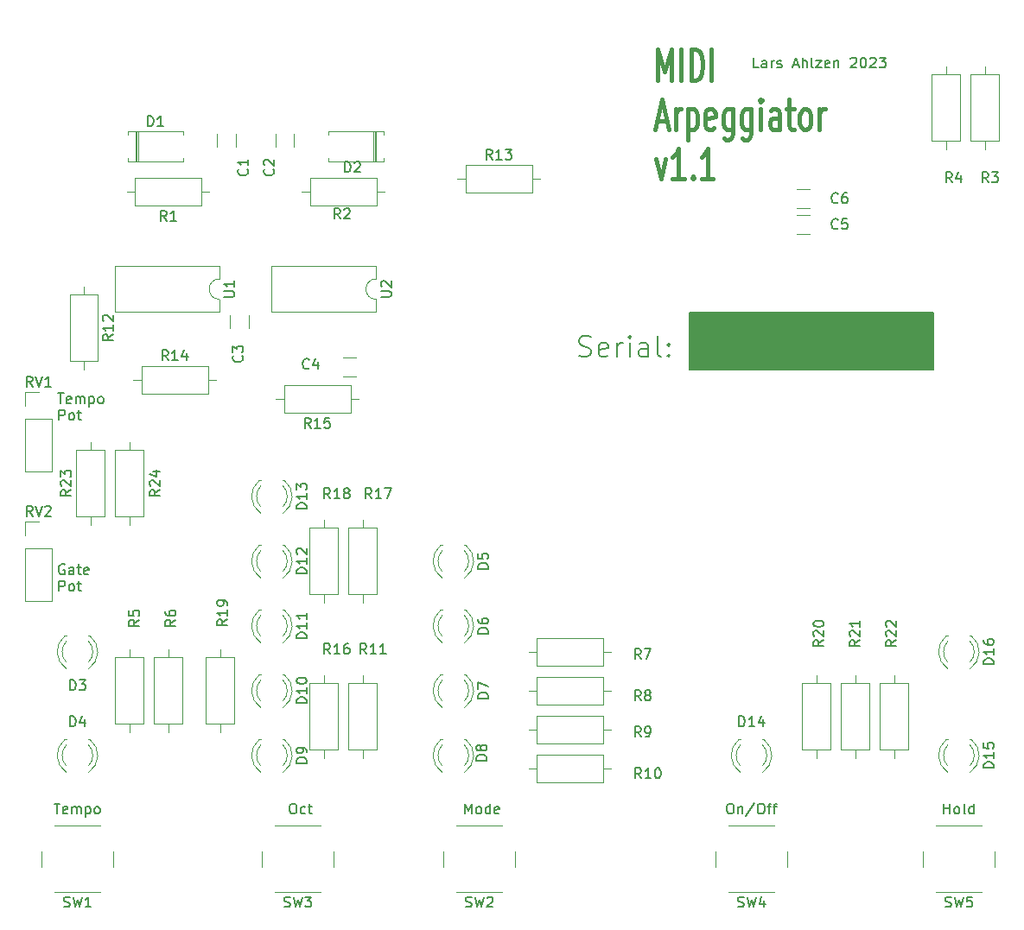
<source format=gto>
G04 #@! TF.GenerationSoftware,KiCad,Pcbnew,7.0.1*
G04 #@! TF.CreationDate,2023-04-14T15:45:54-04:00*
G04 #@! TF.ProjectId,ArpeggiatorV1.1,41727065-6767-4696-9174-6f7256312e31,rev?*
G04 #@! TF.SameCoordinates,Original*
G04 #@! TF.FileFunction,Legend,Top*
G04 #@! TF.FilePolarity,Positive*
%FSLAX46Y46*%
G04 Gerber Fmt 4.6, Leading zero omitted, Abs format (unit mm)*
G04 Created by KiCad (PCBNEW 7.0.1) date 2023-04-14 15:45:54*
%MOMM*%
%LPD*%
G01*
G04 APERTURE LIST*
%ADD10C,0.150000*%
%ADD11C,0.400000*%
%ADD12C,0.120000*%
%ADD13C,2.499360*%
%ADD14C,4.000000*%
%ADD15R,1.800000X1.800000*%
%ADD16C,1.800000*%
%ADD17C,1.600000*%
%ADD18O,1.600000X1.600000*%
%ADD19C,2.000000*%
%ADD20R,1.700000X1.700000*%
%ADD21O,1.700000X1.700000*%
%ADD22O,1.800000X1.800000*%
%ADD23R,1.600000X2.400000*%
%ADD24O,1.600000X2.400000*%
%ADD25R,1.600000X1.600000*%
%ADD26O,1.500000X1.500000*%
G04 APERTURE END LIST*
D10*
X92328952Y-78908000D02*
X92614666Y-79003238D01*
X92614666Y-79003238D02*
X93090857Y-79003238D01*
X93090857Y-79003238D02*
X93281333Y-78908000D01*
X93281333Y-78908000D02*
X93376571Y-78812761D01*
X93376571Y-78812761D02*
X93471809Y-78622285D01*
X93471809Y-78622285D02*
X93471809Y-78431809D01*
X93471809Y-78431809D02*
X93376571Y-78241333D01*
X93376571Y-78241333D02*
X93281333Y-78146095D01*
X93281333Y-78146095D02*
X93090857Y-78050857D01*
X93090857Y-78050857D02*
X92709904Y-77955619D01*
X92709904Y-77955619D02*
X92519428Y-77860380D01*
X92519428Y-77860380D02*
X92424190Y-77765142D01*
X92424190Y-77765142D02*
X92328952Y-77574666D01*
X92328952Y-77574666D02*
X92328952Y-77384190D01*
X92328952Y-77384190D02*
X92424190Y-77193714D01*
X92424190Y-77193714D02*
X92519428Y-77098476D01*
X92519428Y-77098476D02*
X92709904Y-77003238D01*
X92709904Y-77003238D02*
X93186095Y-77003238D01*
X93186095Y-77003238D02*
X93471809Y-77098476D01*
X95090857Y-78908000D02*
X94900381Y-79003238D01*
X94900381Y-79003238D02*
X94519428Y-79003238D01*
X94519428Y-79003238D02*
X94328952Y-78908000D01*
X94328952Y-78908000D02*
X94233714Y-78717523D01*
X94233714Y-78717523D02*
X94233714Y-77955619D01*
X94233714Y-77955619D02*
X94328952Y-77765142D01*
X94328952Y-77765142D02*
X94519428Y-77669904D01*
X94519428Y-77669904D02*
X94900381Y-77669904D01*
X94900381Y-77669904D02*
X95090857Y-77765142D01*
X95090857Y-77765142D02*
X95186095Y-77955619D01*
X95186095Y-77955619D02*
X95186095Y-78146095D01*
X95186095Y-78146095D02*
X94233714Y-78336571D01*
X96043238Y-79003238D02*
X96043238Y-77669904D01*
X96043238Y-78050857D02*
X96138476Y-77860380D01*
X96138476Y-77860380D02*
X96233714Y-77765142D01*
X96233714Y-77765142D02*
X96424190Y-77669904D01*
X96424190Y-77669904D02*
X96614667Y-77669904D01*
X97281333Y-79003238D02*
X97281333Y-77669904D01*
X97281333Y-77003238D02*
X97186095Y-77098476D01*
X97186095Y-77098476D02*
X97281333Y-77193714D01*
X97281333Y-77193714D02*
X97376571Y-77098476D01*
X97376571Y-77098476D02*
X97281333Y-77003238D01*
X97281333Y-77003238D02*
X97281333Y-77193714D01*
X99090857Y-79003238D02*
X99090857Y-77955619D01*
X99090857Y-77955619D02*
X98995619Y-77765142D01*
X98995619Y-77765142D02*
X98805143Y-77669904D01*
X98805143Y-77669904D02*
X98424190Y-77669904D01*
X98424190Y-77669904D02*
X98233714Y-77765142D01*
X99090857Y-78908000D02*
X98900381Y-79003238D01*
X98900381Y-79003238D02*
X98424190Y-79003238D01*
X98424190Y-79003238D02*
X98233714Y-78908000D01*
X98233714Y-78908000D02*
X98138476Y-78717523D01*
X98138476Y-78717523D02*
X98138476Y-78527047D01*
X98138476Y-78527047D02*
X98233714Y-78336571D01*
X98233714Y-78336571D02*
X98424190Y-78241333D01*
X98424190Y-78241333D02*
X98900381Y-78241333D01*
X98900381Y-78241333D02*
X99090857Y-78146095D01*
X100328952Y-79003238D02*
X100138476Y-78908000D01*
X100138476Y-78908000D02*
X100043238Y-78717523D01*
X100043238Y-78717523D02*
X100043238Y-77003238D01*
X101090857Y-78812761D02*
X101186095Y-78908000D01*
X101186095Y-78908000D02*
X101090857Y-79003238D01*
X101090857Y-79003238D02*
X100995619Y-78908000D01*
X100995619Y-78908000D02*
X101090857Y-78812761D01*
X101090857Y-78812761D02*
X101090857Y-79003238D01*
X101090857Y-77765142D02*
X101186095Y-77860380D01*
X101186095Y-77860380D02*
X101090857Y-77955619D01*
X101090857Y-77955619D02*
X100995619Y-77860380D01*
X100995619Y-77860380D02*
X101090857Y-77765142D01*
X101090857Y-77765142D02*
X101090857Y-77955619D01*
X103124000Y-74676000D02*
X127000000Y-74676000D01*
X127000000Y-80264000D01*
X103124000Y-80264000D01*
X103124000Y-74676000D01*
G36*
X103124000Y-74676000D02*
G01*
X127000000Y-74676000D01*
X127000000Y-80264000D01*
X103124000Y-80264000D01*
X103124000Y-74676000D01*
G37*
X128087619Y-123829619D02*
X128087619Y-122829619D01*
X128087619Y-123305809D02*
X128659047Y-123305809D01*
X128659047Y-123829619D02*
X128659047Y-122829619D01*
X129278095Y-123829619D02*
X129182857Y-123782000D01*
X129182857Y-123782000D02*
X129135238Y-123734380D01*
X129135238Y-123734380D02*
X129087619Y-123639142D01*
X129087619Y-123639142D02*
X129087619Y-123353428D01*
X129087619Y-123353428D02*
X129135238Y-123258190D01*
X129135238Y-123258190D02*
X129182857Y-123210571D01*
X129182857Y-123210571D02*
X129278095Y-123162952D01*
X129278095Y-123162952D02*
X129420952Y-123162952D01*
X129420952Y-123162952D02*
X129516190Y-123210571D01*
X129516190Y-123210571D02*
X129563809Y-123258190D01*
X129563809Y-123258190D02*
X129611428Y-123353428D01*
X129611428Y-123353428D02*
X129611428Y-123639142D01*
X129611428Y-123639142D02*
X129563809Y-123734380D01*
X129563809Y-123734380D02*
X129516190Y-123782000D01*
X129516190Y-123782000D02*
X129420952Y-123829619D01*
X129420952Y-123829619D02*
X129278095Y-123829619D01*
X130182857Y-123829619D02*
X130087619Y-123782000D01*
X130087619Y-123782000D02*
X130040000Y-123686761D01*
X130040000Y-123686761D02*
X130040000Y-122829619D01*
X130992381Y-123829619D02*
X130992381Y-122829619D01*
X130992381Y-123782000D02*
X130897143Y-123829619D01*
X130897143Y-123829619D02*
X130706667Y-123829619D01*
X130706667Y-123829619D02*
X130611429Y-123782000D01*
X130611429Y-123782000D02*
X130563810Y-123734380D01*
X130563810Y-123734380D02*
X130516191Y-123639142D01*
X130516191Y-123639142D02*
X130516191Y-123353428D01*
X130516191Y-123353428D02*
X130563810Y-123258190D01*
X130563810Y-123258190D02*
X130611429Y-123210571D01*
X130611429Y-123210571D02*
X130706667Y-123162952D01*
X130706667Y-123162952D02*
X130897143Y-123162952D01*
X130897143Y-123162952D02*
X130992381Y-123210571D01*
X107053333Y-122829619D02*
X107243809Y-122829619D01*
X107243809Y-122829619D02*
X107339047Y-122877238D01*
X107339047Y-122877238D02*
X107434285Y-122972476D01*
X107434285Y-122972476D02*
X107481904Y-123162952D01*
X107481904Y-123162952D02*
X107481904Y-123496285D01*
X107481904Y-123496285D02*
X107434285Y-123686761D01*
X107434285Y-123686761D02*
X107339047Y-123782000D01*
X107339047Y-123782000D02*
X107243809Y-123829619D01*
X107243809Y-123829619D02*
X107053333Y-123829619D01*
X107053333Y-123829619D02*
X106958095Y-123782000D01*
X106958095Y-123782000D02*
X106862857Y-123686761D01*
X106862857Y-123686761D02*
X106815238Y-123496285D01*
X106815238Y-123496285D02*
X106815238Y-123162952D01*
X106815238Y-123162952D02*
X106862857Y-122972476D01*
X106862857Y-122972476D02*
X106958095Y-122877238D01*
X106958095Y-122877238D02*
X107053333Y-122829619D01*
X107910476Y-123162952D02*
X107910476Y-123829619D01*
X107910476Y-123258190D02*
X107958095Y-123210571D01*
X107958095Y-123210571D02*
X108053333Y-123162952D01*
X108053333Y-123162952D02*
X108196190Y-123162952D01*
X108196190Y-123162952D02*
X108291428Y-123210571D01*
X108291428Y-123210571D02*
X108339047Y-123305809D01*
X108339047Y-123305809D02*
X108339047Y-123829619D01*
X109529523Y-122782000D02*
X108672381Y-124067714D01*
X110053333Y-122829619D02*
X110243809Y-122829619D01*
X110243809Y-122829619D02*
X110339047Y-122877238D01*
X110339047Y-122877238D02*
X110434285Y-122972476D01*
X110434285Y-122972476D02*
X110481904Y-123162952D01*
X110481904Y-123162952D02*
X110481904Y-123496285D01*
X110481904Y-123496285D02*
X110434285Y-123686761D01*
X110434285Y-123686761D02*
X110339047Y-123782000D01*
X110339047Y-123782000D02*
X110243809Y-123829619D01*
X110243809Y-123829619D02*
X110053333Y-123829619D01*
X110053333Y-123829619D02*
X109958095Y-123782000D01*
X109958095Y-123782000D02*
X109862857Y-123686761D01*
X109862857Y-123686761D02*
X109815238Y-123496285D01*
X109815238Y-123496285D02*
X109815238Y-123162952D01*
X109815238Y-123162952D02*
X109862857Y-122972476D01*
X109862857Y-122972476D02*
X109958095Y-122877238D01*
X109958095Y-122877238D02*
X110053333Y-122829619D01*
X110767619Y-123162952D02*
X111148571Y-123162952D01*
X110910476Y-123829619D02*
X110910476Y-122972476D01*
X110910476Y-122972476D02*
X110958095Y-122877238D01*
X110958095Y-122877238D02*
X111053333Y-122829619D01*
X111053333Y-122829619D02*
X111148571Y-122829619D01*
X111339048Y-123162952D02*
X111720000Y-123162952D01*
X111481905Y-123829619D02*
X111481905Y-122972476D01*
X111481905Y-122972476D02*
X111529524Y-122877238D01*
X111529524Y-122877238D02*
X111624762Y-122829619D01*
X111624762Y-122829619D02*
X111720000Y-122829619D01*
X81137333Y-123829619D02*
X81137333Y-122829619D01*
X81137333Y-122829619D02*
X81470666Y-123543904D01*
X81470666Y-123543904D02*
X81803999Y-122829619D01*
X81803999Y-122829619D02*
X81803999Y-123829619D01*
X82423047Y-123829619D02*
X82327809Y-123782000D01*
X82327809Y-123782000D02*
X82280190Y-123734380D01*
X82280190Y-123734380D02*
X82232571Y-123639142D01*
X82232571Y-123639142D02*
X82232571Y-123353428D01*
X82232571Y-123353428D02*
X82280190Y-123258190D01*
X82280190Y-123258190D02*
X82327809Y-123210571D01*
X82327809Y-123210571D02*
X82423047Y-123162952D01*
X82423047Y-123162952D02*
X82565904Y-123162952D01*
X82565904Y-123162952D02*
X82661142Y-123210571D01*
X82661142Y-123210571D02*
X82708761Y-123258190D01*
X82708761Y-123258190D02*
X82756380Y-123353428D01*
X82756380Y-123353428D02*
X82756380Y-123639142D01*
X82756380Y-123639142D02*
X82708761Y-123734380D01*
X82708761Y-123734380D02*
X82661142Y-123782000D01*
X82661142Y-123782000D02*
X82565904Y-123829619D01*
X82565904Y-123829619D02*
X82423047Y-123829619D01*
X83613523Y-123829619D02*
X83613523Y-122829619D01*
X83613523Y-123782000D02*
X83518285Y-123829619D01*
X83518285Y-123829619D02*
X83327809Y-123829619D01*
X83327809Y-123829619D02*
X83232571Y-123782000D01*
X83232571Y-123782000D02*
X83184952Y-123734380D01*
X83184952Y-123734380D02*
X83137333Y-123639142D01*
X83137333Y-123639142D02*
X83137333Y-123353428D01*
X83137333Y-123353428D02*
X83184952Y-123258190D01*
X83184952Y-123258190D02*
X83232571Y-123210571D01*
X83232571Y-123210571D02*
X83327809Y-123162952D01*
X83327809Y-123162952D02*
X83518285Y-123162952D01*
X83518285Y-123162952D02*
X83613523Y-123210571D01*
X84470666Y-123782000D02*
X84375428Y-123829619D01*
X84375428Y-123829619D02*
X84184952Y-123829619D01*
X84184952Y-123829619D02*
X84089714Y-123782000D01*
X84089714Y-123782000D02*
X84042095Y-123686761D01*
X84042095Y-123686761D02*
X84042095Y-123305809D01*
X84042095Y-123305809D02*
X84089714Y-123210571D01*
X84089714Y-123210571D02*
X84184952Y-123162952D01*
X84184952Y-123162952D02*
X84375428Y-123162952D01*
X84375428Y-123162952D02*
X84470666Y-123210571D01*
X84470666Y-123210571D02*
X84518285Y-123305809D01*
X84518285Y-123305809D02*
X84518285Y-123401047D01*
X84518285Y-123401047D02*
X84042095Y-123496285D01*
X64214476Y-122829619D02*
X64404952Y-122829619D01*
X64404952Y-122829619D02*
X64500190Y-122877238D01*
X64500190Y-122877238D02*
X64595428Y-122972476D01*
X64595428Y-122972476D02*
X64643047Y-123162952D01*
X64643047Y-123162952D02*
X64643047Y-123496285D01*
X64643047Y-123496285D02*
X64595428Y-123686761D01*
X64595428Y-123686761D02*
X64500190Y-123782000D01*
X64500190Y-123782000D02*
X64404952Y-123829619D01*
X64404952Y-123829619D02*
X64214476Y-123829619D01*
X64214476Y-123829619D02*
X64119238Y-123782000D01*
X64119238Y-123782000D02*
X64024000Y-123686761D01*
X64024000Y-123686761D02*
X63976381Y-123496285D01*
X63976381Y-123496285D02*
X63976381Y-123162952D01*
X63976381Y-123162952D02*
X64024000Y-122972476D01*
X64024000Y-122972476D02*
X64119238Y-122877238D01*
X64119238Y-122877238D02*
X64214476Y-122829619D01*
X65500190Y-123782000D02*
X65404952Y-123829619D01*
X65404952Y-123829619D02*
X65214476Y-123829619D01*
X65214476Y-123829619D02*
X65119238Y-123782000D01*
X65119238Y-123782000D02*
X65071619Y-123734380D01*
X65071619Y-123734380D02*
X65024000Y-123639142D01*
X65024000Y-123639142D02*
X65024000Y-123353428D01*
X65024000Y-123353428D02*
X65071619Y-123258190D01*
X65071619Y-123258190D02*
X65119238Y-123210571D01*
X65119238Y-123210571D02*
X65214476Y-123162952D01*
X65214476Y-123162952D02*
X65404952Y-123162952D01*
X65404952Y-123162952D02*
X65500190Y-123210571D01*
X65785905Y-123162952D02*
X66166857Y-123162952D01*
X65928762Y-122829619D02*
X65928762Y-123686761D01*
X65928762Y-123686761D02*
X65976381Y-123782000D01*
X65976381Y-123782000D02*
X66071619Y-123829619D01*
X66071619Y-123829619D02*
X66166857Y-123829619D01*
X40894286Y-122829619D02*
X41465714Y-122829619D01*
X41180000Y-123829619D02*
X41180000Y-122829619D01*
X42180000Y-123782000D02*
X42084762Y-123829619D01*
X42084762Y-123829619D02*
X41894286Y-123829619D01*
X41894286Y-123829619D02*
X41799048Y-123782000D01*
X41799048Y-123782000D02*
X41751429Y-123686761D01*
X41751429Y-123686761D02*
X41751429Y-123305809D01*
X41751429Y-123305809D02*
X41799048Y-123210571D01*
X41799048Y-123210571D02*
X41894286Y-123162952D01*
X41894286Y-123162952D02*
X42084762Y-123162952D01*
X42084762Y-123162952D02*
X42180000Y-123210571D01*
X42180000Y-123210571D02*
X42227619Y-123305809D01*
X42227619Y-123305809D02*
X42227619Y-123401047D01*
X42227619Y-123401047D02*
X41751429Y-123496285D01*
X42656191Y-123829619D02*
X42656191Y-123162952D01*
X42656191Y-123258190D02*
X42703810Y-123210571D01*
X42703810Y-123210571D02*
X42799048Y-123162952D01*
X42799048Y-123162952D02*
X42941905Y-123162952D01*
X42941905Y-123162952D02*
X43037143Y-123210571D01*
X43037143Y-123210571D02*
X43084762Y-123305809D01*
X43084762Y-123305809D02*
X43084762Y-123829619D01*
X43084762Y-123305809D02*
X43132381Y-123210571D01*
X43132381Y-123210571D02*
X43227619Y-123162952D01*
X43227619Y-123162952D02*
X43370476Y-123162952D01*
X43370476Y-123162952D02*
X43465715Y-123210571D01*
X43465715Y-123210571D02*
X43513334Y-123305809D01*
X43513334Y-123305809D02*
X43513334Y-123829619D01*
X43989524Y-123162952D02*
X43989524Y-124162952D01*
X43989524Y-123210571D02*
X44084762Y-123162952D01*
X44084762Y-123162952D02*
X44275238Y-123162952D01*
X44275238Y-123162952D02*
X44370476Y-123210571D01*
X44370476Y-123210571D02*
X44418095Y-123258190D01*
X44418095Y-123258190D02*
X44465714Y-123353428D01*
X44465714Y-123353428D02*
X44465714Y-123639142D01*
X44465714Y-123639142D02*
X44418095Y-123734380D01*
X44418095Y-123734380D02*
X44370476Y-123782000D01*
X44370476Y-123782000D02*
X44275238Y-123829619D01*
X44275238Y-123829619D02*
X44084762Y-123829619D01*
X44084762Y-123829619D02*
X43989524Y-123782000D01*
X45037143Y-123829619D02*
X44941905Y-123782000D01*
X44941905Y-123782000D02*
X44894286Y-123734380D01*
X44894286Y-123734380D02*
X44846667Y-123639142D01*
X44846667Y-123639142D02*
X44846667Y-123353428D01*
X44846667Y-123353428D02*
X44894286Y-123258190D01*
X44894286Y-123258190D02*
X44941905Y-123210571D01*
X44941905Y-123210571D02*
X45037143Y-123162952D01*
X45037143Y-123162952D02*
X45180000Y-123162952D01*
X45180000Y-123162952D02*
X45275238Y-123210571D01*
X45275238Y-123210571D02*
X45322857Y-123258190D01*
X45322857Y-123258190D02*
X45370476Y-123353428D01*
X45370476Y-123353428D02*
X45370476Y-123639142D01*
X45370476Y-123639142D02*
X45322857Y-123734380D01*
X45322857Y-123734380D02*
X45275238Y-123782000D01*
X45275238Y-123782000D02*
X45180000Y-123829619D01*
X45180000Y-123829619D02*
X45037143Y-123829619D01*
X41909904Y-99413238D02*
X41814666Y-99365619D01*
X41814666Y-99365619D02*
X41671809Y-99365619D01*
X41671809Y-99365619D02*
X41528952Y-99413238D01*
X41528952Y-99413238D02*
X41433714Y-99508476D01*
X41433714Y-99508476D02*
X41386095Y-99603714D01*
X41386095Y-99603714D02*
X41338476Y-99794190D01*
X41338476Y-99794190D02*
X41338476Y-99937047D01*
X41338476Y-99937047D02*
X41386095Y-100127523D01*
X41386095Y-100127523D02*
X41433714Y-100222761D01*
X41433714Y-100222761D02*
X41528952Y-100318000D01*
X41528952Y-100318000D02*
X41671809Y-100365619D01*
X41671809Y-100365619D02*
X41767047Y-100365619D01*
X41767047Y-100365619D02*
X41909904Y-100318000D01*
X41909904Y-100318000D02*
X41957523Y-100270380D01*
X41957523Y-100270380D02*
X41957523Y-99937047D01*
X41957523Y-99937047D02*
X41767047Y-99937047D01*
X42814666Y-100365619D02*
X42814666Y-99841809D01*
X42814666Y-99841809D02*
X42767047Y-99746571D01*
X42767047Y-99746571D02*
X42671809Y-99698952D01*
X42671809Y-99698952D02*
X42481333Y-99698952D01*
X42481333Y-99698952D02*
X42386095Y-99746571D01*
X42814666Y-100318000D02*
X42719428Y-100365619D01*
X42719428Y-100365619D02*
X42481333Y-100365619D01*
X42481333Y-100365619D02*
X42386095Y-100318000D01*
X42386095Y-100318000D02*
X42338476Y-100222761D01*
X42338476Y-100222761D02*
X42338476Y-100127523D01*
X42338476Y-100127523D02*
X42386095Y-100032285D01*
X42386095Y-100032285D02*
X42481333Y-99984666D01*
X42481333Y-99984666D02*
X42719428Y-99984666D01*
X42719428Y-99984666D02*
X42814666Y-99937047D01*
X43148000Y-99698952D02*
X43528952Y-99698952D01*
X43290857Y-99365619D02*
X43290857Y-100222761D01*
X43290857Y-100222761D02*
X43338476Y-100318000D01*
X43338476Y-100318000D02*
X43433714Y-100365619D01*
X43433714Y-100365619D02*
X43528952Y-100365619D01*
X44243238Y-100318000D02*
X44148000Y-100365619D01*
X44148000Y-100365619D02*
X43957524Y-100365619D01*
X43957524Y-100365619D02*
X43862286Y-100318000D01*
X43862286Y-100318000D02*
X43814667Y-100222761D01*
X43814667Y-100222761D02*
X43814667Y-99841809D01*
X43814667Y-99841809D02*
X43862286Y-99746571D01*
X43862286Y-99746571D02*
X43957524Y-99698952D01*
X43957524Y-99698952D02*
X44148000Y-99698952D01*
X44148000Y-99698952D02*
X44243238Y-99746571D01*
X44243238Y-99746571D02*
X44290857Y-99841809D01*
X44290857Y-99841809D02*
X44290857Y-99937047D01*
X44290857Y-99937047D02*
X43814667Y-100032285D01*
X41386095Y-101985619D02*
X41386095Y-100985619D01*
X41386095Y-100985619D02*
X41767047Y-100985619D01*
X41767047Y-100985619D02*
X41862285Y-101033238D01*
X41862285Y-101033238D02*
X41909904Y-101080857D01*
X41909904Y-101080857D02*
X41957523Y-101176095D01*
X41957523Y-101176095D02*
X41957523Y-101318952D01*
X41957523Y-101318952D02*
X41909904Y-101414190D01*
X41909904Y-101414190D02*
X41862285Y-101461809D01*
X41862285Y-101461809D02*
X41767047Y-101509428D01*
X41767047Y-101509428D02*
X41386095Y-101509428D01*
X42528952Y-101985619D02*
X42433714Y-101938000D01*
X42433714Y-101938000D02*
X42386095Y-101890380D01*
X42386095Y-101890380D02*
X42338476Y-101795142D01*
X42338476Y-101795142D02*
X42338476Y-101509428D01*
X42338476Y-101509428D02*
X42386095Y-101414190D01*
X42386095Y-101414190D02*
X42433714Y-101366571D01*
X42433714Y-101366571D02*
X42528952Y-101318952D01*
X42528952Y-101318952D02*
X42671809Y-101318952D01*
X42671809Y-101318952D02*
X42767047Y-101366571D01*
X42767047Y-101366571D02*
X42814666Y-101414190D01*
X42814666Y-101414190D02*
X42862285Y-101509428D01*
X42862285Y-101509428D02*
X42862285Y-101795142D01*
X42862285Y-101795142D02*
X42814666Y-101890380D01*
X42814666Y-101890380D02*
X42767047Y-101938000D01*
X42767047Y-101938000D02*
X42671809Y-101985619D01*
X42671809Y-101985619D02*
X42528952Y-101985619D01*
X43148000Y-101318952D02*
X43528952Y-101318952D01*
X43290857Y-100985619D02*
X43290857Y-101842761D01*
X43290857Y-101842761D02*
X43338476Y-101938000D01*
X43338476Y-101938000D02*
X43433714Y-101985619D01*
X43433714Y-101985619D02*
X43528952Y-101985619D01*
X41243238Y-82601619D02*
X41814666Y-82601619D01*
X41528952Y-83601619D02*
X41528952Y-82601619D01*
X42528952Y-83554000D02*
X42433714Y-83601619D01*
X42433714Y-83601619D02*
X42243238Y-83601619D01*
X42243238Y-83601619D02*
X42148000Y-83554000D01*
X42148000Y-83554000D02*
X42100381Y-83458761D01*
X42100381Y-83458761D02*
X42100381Y-83077809D01*
X42100381Y-83077809D02*
X42148000Y-82982571D01*
X42148000Y-82982571D02*
X42243238Y-82934952D01*
X42243238Y-82934952D02*
X42433714Y-82934952D01*
X42433714Y-82934952D02*
X42528952Y-82982571D01*
X42528952Y-82982571D02*
X42576571Y-83077809D01*
X42576571Y-83077809D02*
X42576571Y-83173047D01*
X42576571Y-83173047D02*
X42100381Y-83268285D01*
X43005143Y-83601619D02*
X43005143Y-82934952D01*
X43005143Y-83030190D02*
X43052762Y-82982571D01*
X43052762Y-82982571D02*
X43148000Y-82934952D01*
X43148000Y-82934952D02*
X43290857Y-82934952D01*
X43290857Y-82934952D02*
X43386095Y-82982571D01*
X43386095Y-82982571D02*
X43433714Y-83077809D01*
X43433714Y-83077809D02*
X43433714Y-83601619D01*
X43433714Y-83077809D02*
X43481333Y-82982571D01*
X43481333Y-82982571D02*
X43576571Y-82934952D01*
X43576571Y-82934952D02*
X43719428Y-82934952D01*
X43719428Y-82934952D02*
X43814667Y-82982571D01*
X43814667Y-82982571D02*
X43862286Y-83077809D01*
X43862286Y-83077809D02*
X43862286Y-83601619D01*
X44338476Y-82934952D02*
X44338476Y-83934952D01*
X44338476Y-82982571D02*
X44433714Y-82934952D01*
X44433714Y-82934952D02*
X44624190Y-82934952D01*
X44624190Y-82934952D02*
X44719428Y-82982571D01*
X44719428Y-82982571D02*
X44767047Y-83030190D01*
X44767047Y-83030190D02*
X44814666Y-83125428D01*
X44814666Y-83125428D02*
X44814666Y-83411142D01*
X44814666Y-83411142D02*
X44767047Y-83506380D01*
X44767047Y-83506380D02*
X44719428Y-83554000D01*
X44719428Y-83554000D02*
X44624190Y-83601619D01*
X44624190Y-83601619D02*
X44433714Y-83601619D01*
X44433714Y-83601619D02*
X44338476Y-83554000D01*
X45386095Y-83601619D02*
X45290857Y-83554000D01*
X45290857Y-83554000D02*
X45243238Y-83506380D01*
X45243238Y-83506380D02*
X45195619Y-83411142D01*
X45195619Y-83411142D02*
X45195619Y-83125428D01*
X45195619Y-83125428D02*
X45243238Y-83030190D01*
X45243238Y-83030190D02*
X45290857Y-82982571D01*
X45290857Y-82982571D02*
X45386095Y-82934952D01*
X45386095Y-82934952D02*
X45528952Y-82934952D01*
X45528952Y-82934952D02*
X45624190Y-82982571D01*
X45624190Y-82982571D02*
X45671809Y-83030190D01*
X45671809Y-83030190D02*
X45719428Y-83125428D01*
X45719428Y-83125428D02*
X45719428Y-83411142D01*
X45719428Y-83411142D02*
X45671809Y-83506380D01*
X45671809Y-83506380D02*
X45624190Y-83554000D01*
X45624190Y-83554000D02*
X45528952Y-83601619D01*
X45528952Y-83601619D02*
X45386095Y-83601619D01*
X41386095Y-85221619D02*
X41386095Y-84221619D01*
X41386095Y-84221619D02*
X41767047Y-84221619D01*
X41767047Y-84221619D02*
X41862285Y-84269238D01*
X41862285Y-84269238D02*
X41909904Y-84316857D01*
X41909904Y-84316857D02*
X41957523Y-84412095D01*
X41957523Y-84412095D02*
X41957523Y-84554952D01*
X41957523Y-84554952D02*
X41909904Y-84650190D01*
X41909904Y-84650190D02*
X41862285Y-84697809D01*
X41862285Y-84697809D02*
X41767047Y-84745428D01*
X41767047Y-84745428D02*
X41386095Y-84745428D01*
X42528952Y-85221619D02*
X42433714Y-85174000D01*
X42433714Y-85174000D02*
X42386095Y-85126380D01*
X42386095Y-85126380D02*
X42338476Y-85031142D01*
X42338476Y-85031142D02*
X42338476Y-84745428D01*
X42338476Y-84745428D02*
X42386095Y-84650190D01*
X42386095Y-84650190D02*
X42433714Y-84602571D01*
X42433714Y-84602571D02*
X42528952Y-84554952D01*
X42528952Y-84554952D02*
X42671809Y-84554952D01*
X42671809Y-84554952D02*
X42767047Y-84602571D01*
X42767047Y-84602571D02*
X42814666Y-84650190D01*
X42814666Y-84650190D02*
X42862285Y-84745428D01*
X42862285Y-84745428D02*
X42862285Y-85031142D01*
X42862285Y-85031142D02*
X42814666Y-85126380D01*
X42814666Y-85126380D02*
X42767047Y-85174000D01*
X42767047Y-85174000D02*
X42671809Y-85221619D01*
X42671809Y-85221619D02*
X42528952Y-85221619D01*
X43148000Y-84554952D02*
X43528952Y-84554952D01*
X43290857Y-84221619D02*
X43290857Y-85078761D01*
X43290857Y-85078761D02*
X43338476Y-85174000D01*
X43338476Y-85174000D02*
X43433714Y-85221619D01*
X43433714Y-85221619D02*
X43528952Y-85221619D01*
X109934285Y-50677619D02*
X109458095Y-50677619D01*
X109458095Y-50677619D02*
X109458095Y-49677619D01*
X110696190Y-50677619D02*
X110696190Y-50153809D01*
X110696190Y-50153809D02*
X110648571Y-50058571D01*
X110648571Y-50058571D02*
X110553333Y-50010952D01*
X110553333Y-50010952D02*
X110362857Y-50010952D01*
X110362857Y-50010952D02*
X110267619Y-50058571D01*
X110696190Y-50630000D02*
X110600952Y-50677619D01*
X110600952Y-50677619D02*
X110362857Y-50677619D01*
X110362857Y-50677619D02*
X110267619Y-50630000D01*
X110267619Y-50630000D02*
X110220000Y-50534761D01*
X110220000Y-50534761D02*
X110220000Y-50439523D01*
X110220000Y-50439523D02*
X110267619Y-50344285D01*
X110267619Y-50344285D02*
X110362857Y-50296666D01*
X110362857Y-50296666D02*
X110600952Y-50296666D01*
X110600952Y-50296666D02*
X110696190Y-50249047D01*
X111172381Y-50677619D02*
X111172381Y-50010952D01*
X111172381Y-50201428D02*
X111220000Y-50106190D01*
X111220000Y-50106190D02*
X111267619Y-50058571D01*
X111267619Y-50058571D02*
X111362857Y-50010952D01*
X111362857Y-50010952D02*
X111458095Y-50010952D01*
X111743810Y-50630000D02*
X111839048Y-50677619D01*
X111839048Y-50677619D02*
X112029524Y-50677619D01*
X112029524Y-50677619D02*
X112124762Y-50630000D01*
X112124762Y-50630000D02*
X112172381Y-50534761D01*
X112172381Y-50534761D02*
X112172381Y-50487142D01*
X112172381Y-50487142D02*
X112124762Y-50391904D01*
X112124762Y-50391904D02*
X112029524Y-50344285D01*
X112029524Y-50344285D02*
X111886667Y-50344285D01*
X111886667Y-50344285D02*
X111791429Y-50296666D01*
X111791429Y-50296666D02*
X111743810Y-50201428D01*
X111743810Y-50201428D02*
X111743810Y-50153809D01*
X111743810Y-50153809D02*
X111791429Y-50058571D01*
X111791429Y-50058571D02*
X111886667Y-50010952D01*
X111886667Y-50010952D02*
X112029524Y-50010952D01*
X112029524Y-50010952D02*
X112124762Y-50058571D01*
X113315239Y-50391904D02*
X113791429Y-50391904D01*
X113220001Y-50677619D02*
X113553334Y-49677619D01*
X113553334Y-49677619D02*
X113886667Y-50677619D01*
X114220001Y-50677619D02*
X114220001Y-49677619D01*
X114648572Y-50677619D02*
X114648572Y-50153809D01*
X114648572Y-50153809D02*
X114600953Y-50058571D01*
X114600953Y-50058571D02*
X114505715Y-50010952D01*
X114505715Y-50010952D02*
X114362858Y-50010952D01*
X114362858Y-50010952D02*
X114267620Y-50058571D01*
X114267620Y-50058571D02*
X114220001Y-50106190D01*
X115267620Y-50677619D02*
X115172382Y-50630000D01*
X115172382Y-50630000D02*
X115124763Y-50534761D01*
X115124763Y-50534761D02*
X115124763Y-49677619D01*
X115553335Y-50010952D02*
X116077144Y-50010952D01*
X116077144Y-50010952D02*
X115553335Y-50677619D01*
X115553335Y-50677619D02*
X116077144Y-50677619D01*
X116839049Y-50630000D02*
X116743811Y-50677619D01*
X116743811Y-50677619D02*
X116553335Y-50677619D01*
X116553335Y-50677619D02*
X116458097Y-50630000D01*
X116458097Y-50630000D02*
X116410478Y-50534761D01*
X116410478Y-50534761D02*
X116410478Y-50153809D01*
X116410478Y-50153809D02*
X116458097Y-50058571D01*
X116458097Y-50058571D02*
X116553335Y-50010952D01*
X116553335Y-50010952D02*
X116743811Y-50010952D01*
X116743811Y-50010952D02*
X116839049Y-50058571D01*
X116839049Y-50058571D02*
X116886668Y-50153809D01*
X116886668Y-50153809D02*
X116886668Y-50249047D01*
X116886668Y-50249047D02*
X116410478Y-50344285D01*
X117315240Y-50010952D02*
X117315240Y-50677619D01*
X117315240Y-50106190D02*
X117362859Y-50058571D01*
X117362859Y-50058571D02*
X117458097Y-50010952D01*
X117458097Y-50010952D02*
X117600954Y-50010952D01*
X117600954Y-50010952D02*
X117696192Y-50058571D01*
X117696192Y-50058571D02*
X117743811Y-50153809D01*
X117743811Y-50153809D02*
X117743811Y-50677619D01*
X118934288Y-49772857D02*
X118981907Y-49725238D01*
X118981907Y-49725238D02*
X119077145Y-49677619D01*
X119077145Y-49677619D02*
X119315240Y-49677619D01*
X119315240Y-49677619D02*
X119410478Y-49725238D01*
X119410478Y-49725238D02*
X119458097Y-49772857D01*
X119458097Y-49772857D02*
X119505716Y-49868095D01*
X119505716Y-49868095D02*
X119505716Y-49963333D01*
X119505716Y-49963333D02*
X119458097Y-50106190D01*
X119458097Y-50106190D02*
X118886669Y-50677619D01*
X118886669Y-50677619D02*
X119505716Y-50677619D01*
X120124764Y-49677619D02*
X120220002Y-49677619D01*
X120220002Y-49677619D02*
X120315240Y-49725238D01*
X120315240Y-49725238D02*
X120362859Y-49772857D01*
X120362859Y-49772857D02*
X120410478Y-49868095D01*
X120410478Y-49868095D02*
X120458097Y-50058571D01*
X120458097Y-50058571D02*
X120458097Y-50296666D01*
X120458097Y-50296666D02*
X120410478Y-50487142D01*
X120410478Y-50487142D02*
X120362859Y-50582380D01*
X120362859Y-50582380D02*
X120315240Y-50630000D01*
X120315240Y-50630000D02*
X120220002Y-50677619D01*
X120220002Y-50677619D02*
X120124764Y-50677619D01*
X120124764Y-50677619D02*
X120029526Y-50630000D01*
X120029526Y-50630000D02*
X119981907Y-50582380D01*
X119981907Y-50582380D02*
X119934288Y-50487142D01*
X119934288Y-50487142D02*
X119886669Y-50296666D01*
X119886669Y-50296666D02*
X119886669Y-50058571D01*
X119886669Y-50058571D02*
X119934288Y-49868095D01*
X119934288Y-49868095D02*
X119981907Y-49772857D01*
X119981907Y-49772857D02*
X120029526Y-49725238D01*
X120029526Y-49725238D02*
X120124764Y-49677619D01*
X120839050Y-49772857D02*
X120886669Y-49725238D01*
X120886669Y-49725238D02*
X120981907Y-49677619D01*
X120981907Y-49677619D02*
X121220002Y-49677619D01*
X121220002Y-49677619D02*
X121315240Y-49725238D01*
X121315240Y-49725238D02*
X121362859Y-49772857D01*
X121362859Y-49772857D02*
X121410478Y-49868095D01*
X121410478Y-49868095D02*
X121410478Y-49963333D01*
X121410478Y-49963333D02*
X121362859Y-50106190D01*
X121362859Y-50106190D02*
X120791431Y-50677619D01*
X120791431Y-50677619D02*
X121410478Y-50677619D01*
X121743812Y-49677619D02*
X122362859Y-49677619D01*
X122362859Y-49677619D02*
X122029526Y-50058571D01*
X122029526Y-50058571D02*
X122172383Y-50058571D01*
X122172383Y-50058571D02*
X122267621Y-50106190D01*
X122267621Y-50106190D02*
X122315240Y-50153809D01*
X122315240Y-50153809D02*
X122362859Y-50249047D01*
X122362859Y-50249047D02*
X122362859Y-50487142D01*
X122362859Y-50487142D02*
X122315240Y-50582380D01*
X122315240Y-50582380D02*
X122267621Y-50630000D01*
X122267621Y-50630000D02*
X122172383Y-50677619D01*
X122172383Y-50677619D02*
X121886669Y-50677619D01*
X121886669Y-50677619D02*
X121791431Y-50630000D01*
X121791431Y-50630000D02*
X121743812Y-50582380D01*
D11*
X100044190Y-51888857D02*
X100044190Y-48888857D01*
X100044190Y-48888857D02*
X100710857Y-51031714D01*
X100710857Y-51031714D02*
X101377523Y-48888857D01*
X101377523Y-48888857D02*
X101377523Y-51888857D01*
X102329904Y-51888857D02*
X102329904Y-48888857D01*
X103282285Y-51888857D02*
X103282285Y-48888857D01*
X103282285Y-48888857D02*
X103758475Y-48888857D01*
X103758475Y-48888857D02*
X104044190Y-49031714D01*
X104044190Y-49031714D02*
X104234666Y-49317428D01*
X104234666Y-49317428D02*
X104329904Y-49603142D01*
X104329904Y-49603142D02*
X104425142Y-50174571D01*
X104425142Y-50174571D02*
X104425142Y-50603142D01*
X104425142Y-50603142D02*
X104329904Y-51174571D01*
X104329904Y-51174571D02*
X104234666Y-51460285D01*
X104234666Y-51460285D02*
X104044190Y-51746000D01*
X104044190Y-51746000D02*
X103758475Y-51888857D01*
X103758475Y-51888857D02*
X103282285Y-51888857D01*
X105282285Y-51888857D02*
X105282285Y-48888857D01*
X99948952Y-55891714D02*
X100901333Y-55891714D01*
X99758476Y-56748857D02*
X100425142Y-53748857D01*
X100425142Y-53748857D02*
X101091809Y-56748857D01*
X101758476Y-56748857D02*
X101758476Y-54748857D01*
X101758476Y-55320285D02*
X101853714Y-55034571D01*
X101853714Y-55034571D02*
X101948952Y-54891714D01*
X101948952Y-54891714D02*
X102139428Y-54748857D01*
X102139428Y-54748857D02*
X102329905Y-54748857D01*
X102996571Y-54748857D02*
X102996571Y-57748857D01*
X102996571Y-54891714D02*
X103187047Y-54748857D01*
X103187047Y-54748857D02*
X103568000Y-54748857D01*
X103568000Y-54748857D02*
X103758476Y-54891714D01*
X103758476Y-54891714D02*
X103853714Y-55034571D01*
X103853714Y-55034571D02*
X103948952Y-55320285D01*
X103948952Y-55320285D02*
X103948952Y-56177428D01*
X103948952Y-56177428D02*
X103853714Y-56463142D01*
X103853714Y-56463142D02*
X103758476Y-56606000D01*
X103758476Y-56606000D02*
X103568000Y-56748857D01*
X103568000Y-56748857D02*
X103187047Y-56748857D01*
X103187047Y-56748857D02*
X102996571Y-56606000D01*
X105568000Y-56606000D02*
X105377524Y-56748857D01*
X105377524Y-56748857D02*
X104996571Y-56748857D01*
X104996571Y-56748857D02*
X104806095Y-56606000D01*
X104806095Y-56606000D02*
X104710857Y-56320285D01*
X104710857Y-56320285D02*
X104710857Y-55177428D01*
X104710857Y-55177428D02*
X104806095Y-54891714D01*
X104806095Y-54891714D02*
X104996571Y-54748857D01*
X104996571Y-54748857D02*
X105377524Y-54748857D01*
X105377524Y-54748857D02*
X105568000Y-54891714D01*
X105568000Y-54891714D02*
X105663238Y-55177428D01*
X105663238Y-55177428D02*
X105663238Y-55463142D01*
X105663238Y-55463142D02*
X104710857Y-55748857D01*
X107377524Y-54748857D02*
X107377524Y-57177428D01*
X107377524Y-57177428D02*
X107282286Y-57463142D01*
X107282286Y-57463142D02*
X107187048Y-57606000D01*
X107187048Y-57606000D02*
X106996571Y-57748857D01*
X106996571Y-57748857D02*
X106710857Y-57748857D01*
X106710857Y-57748857D02*
X106520381Y-57606000D01*
X107377524Y-56606000D02*
X107187048Y-56748857D01*
X107187048Y-56748857D02*
X106806095Y-56748857D01*
X106806095Y-56748857D02*
X106615619Y-56606000D01*
X106615619Y-56606000D02*
X106520381Y-56463142D01*
X106520381Y-56463142D02*
X106425143Y-56177428D01*
X106425143Y-56177428D02*
X106425143Y-55320285D01*
X106425143Y-55320285D02*
X106520381Y-55034571D01*
X106520381Y-55034571D02*
X106615619Y-54891714D01*
X106615619Y-54891714D02*
X106806095Y-54748857D01*
X106806095Y-54748857D02*
X107187048Y-54748857D01*
X107187048Y-54748857D02*
X107377524Y-54891714D01*
X109187048Y-54748857D02*
X109187048Y-57177428D01*
X109187048Y-57177428D02*
X109091810Y-57463142D01*
X109091810Y-57463142D02*
X108996572Y-57606000D01*
X108996572Y-57606000D02*
X108806095Y-57748857D01*
X108806095Y-57748857D02*
X108520381Y-57748857D01*
X108520381Y-57748857D02*
X108329905Y-57606000D01*
X109187048Y-56606000D02*
X108996572Y-56748857D01*
X108996572Y-56748857D02*
X108615619Y-56748857D01*
X108615619Y-56748857D02*
X108425143Y-56606000D01*
X108425143Y-56606000D02*
X108329905Y-56463142D01*
X108329905Y-56463142D02*
X108234667Y-56177428D01*
X108234667Y-56177428D02*
X108234667Y-55320285D01*
X108234667Y-55320285D02*
X108329905Y-55034571D01*
X108329905Y-55034571D02*
X108425143Y-54891714D01*
X108425143Y-54891714D02*
X108615619Y-54748857D01*
X108615619Y-54748857D02*
X108996572Y-54748857D01*
X108996572Y-54748857D02*
X109187048Y-54891714D01*
X110139429Y-56748857D02*
X110139429Y-54748857D01*
X110139429Y-53748857D02*
X110044191Y-53891714D01*
X110044191Y-53891714D02*
X110139429Y-54034571D01*
X110139429Y-54034571D02*
X110234667Y-53891714D01*
X110234667Y-53891714D02*
X110139429Y-53748857D01*
X110139429Y-53748857D02*
X110139429Y-54034571D01*
X111948953Y-56748857D02*
X111948953Y-55177428D01*
X111948953Y-55177428D02*
X111853715Y-54891714D01*
X111853715Y-54891714D02*
X111663239Y-54748857D01*
X111663239Y-54748857D02*
X111282286Y-54748857D01*
X111282286Y-54748857D02*
X111091810Y-54891714D01*
X111948953Y-56606000D02*
X111758477Y-56748857D01*
X111758477Y-56748857D02*
X111282286Y-56748857D01*
X111282286Y-56748857D02*
X111091810Y-56606000D01*
X111091810Y-56606000D02*
X110996572Y-56320285D01*
X110996572Y-56320285D02*
X110996572Y-56034571D01*
X110996572Y-56034571D02*
X111091810Y-55748857D01*
X111091810Y-55748857D02*
X111282286Y-55606000D01*
X111282286Y-55606000D02*
X111758477Y-55606000D01*
X111758477Y-55606000D02*
X111948953Y-55463142D01*
X112615620Y-54748857D02*
X113377524Y-54748857D01*
X112901334Y-53748857D02*
X112901334Y-56320285D01*
X112901334Y-56320285D02*
X112996572Y-56606000D01*
X112996572Y-56606000D02*
X113187048Y-56748857D01*
X113187048Y-56748857D02*
X113377524Y-56748857D01*
X114329905Y-56748857D02*
X114139429Y-56606000D01*
X114139429Y-56606000D02*
X114044191Y-56463142D01*
X114044191Y-56463142D02*
X113948953Y-56177428D01*
X113948953Y-56177428D02*
X113948953Y-55320285D01*
X113948953Y-55320285D02*
X114044191Y-55034571D01*
X114044191Y-55034571D02*
X114139429Y-54891714D01*
X114139429Y-54891714D02*
X114329905Y-54748857D01*
X114329905Y-54748857D02*
X114615620Y-54748857D01*
X114615620Y-54748857D02*
X114806096Y-54891714D01*
X114806096Y-54891714D02*
X114901334Y-55034571D01*
X114901334Y-55034571D02*
X114996572Y-55320285D01*
X114996572Y-55320285D02*
X114996572Y-56177428D01*
X114996572Y-56177428D02*
X114901334Y-56463142D01*
X114901334Y-56463142D02*
X114806096Y-56606000D01*
X114806096Y-56606000D02*
X114615620Y-56748857D01*
X114615620Y-56748857D02*
X114329905Y-56748857D01*
X115853715Y-56748857D02*
X115853715Y-54748857D01*
X115853715Y-55320285D02*
X115948953Y-55034571D01*
X115948953Y-55034571D02*
X116044191Y-54891714D01*
X116044191Y-54891714D02*
X116234667Y-54748857D01*
X116234667Y-54748857D02*
X116425144Y-54748857D01*
X99853714Y-59608857D02*
X100329904Y-61608857D01*
X100329904Y-61608857D02*
X100806095Y-59608857D01*
X102615619Y-61608857D02*
X101472762Y-61608857D01*
X102044190Y-61608857D02*
X102044190Y-58608857D01*
X102044190Y-58608857D02*
X101853714Y-59037428D01*
X101853714Y-59037428D02*
X101663238Y-59323142D01*
X101663238Y-59323142D02*
X101472762Y-59466000D01*
X103472762Y-61323142D02*
X103568000Y-61466000D01*
X103568000Y-61466000D02*
X103472762Y-61608857D01*
X103472762Y-61608857D02*
X103377524Y-61466000D01*
X103377524Y-61466000D02*
X103472762Y-61323142D01*
X103472762Y-61323142D02*
X103472762Y-61608857D01*
X105472762Y-61608857D02*
X104329905Y-61608857D01*
X104901333Y-61608857D02*
X104901333Y-58608857D01*
X104901333Y-58608857D02*
X104710857Y-59037428D01*
X104710857Y-59037428D02*
X104520381Y-59323142D01*
X104520381Y-59323142D02*
X104329905Y-59466000D01*
D10*
X42441905Y-111714619D02*
X42441905Y-110714619D01*
X42441905Y-110714619D02*
X42680000Y-110714619D01*
X42680000Y-110714619D02*
X42822857Y-110762238D01*
X42822857Y-110762238D02*
X42918095Y-110857476D01*
X42918095Y-110857476D02*
X42965714Y-110952714D01*
X42965714Y-110952714D02*
X43013333Y-111143190D01*
X43013333Y-111143190D02*
X43013333Y-111286047D01*
X43013333Y-111286047D02*
X42965714Y-111476523D01*
X42965714Y-111476523D02*
X42918095Y-111571761D01*
X42918095Y-111571761D02*
X42822857Y-111667000D01*
X42822857Y-111667000D02*
X42680000Y-111714619D01*
X42680000Y-111714619D02*
X42441905Y-111714619D01*
X43346667Y-110714619D02*
X43965714Y-110714619D01*
X43965714Y-110714619D02*
X43632381Y-111095571D01*
X43632381Y-111095571D02*
X43775238Y-111095571D01*
X43775238Y-111095571D02*
X43870476Y-111143190D01*
X43870476Y-111143190D02*
X43918095Y-111190809D01*
X43918095Y-111190809D02*
X43965714Y-111286047D01*
X43965714Y-111286047D02*
X43965714Y-111524142D01*
X43965714Y-111524142D02*
X43918095Y-111619380D01*
X43918095Y-111619380D02*
X43870476Y-111667000D01*
X43870476Y-111667000D02*
X43775238Y-111714619D01*
X43775238Y-111714619D02*
X43489524Y-111714619D01*
X43489524Y-111714619D02*
X43394286Y-111667000D01*
X43394286Y-111667000D02*
X43346667Y-111619380D01*
X65652619Y-118848094D02*
X64652619Y-118848094D01*
X64652619Y-118848094D02*
X64652619Y-118609999D01*
X64652619Y-118609999D02*
X64700238Y-118467142D01*
X64700238Y-118467142D02*
X64795476Y-118371904D01*
X64795476Y-118371904D02*
X64890714Y-118324285D01*
X64890714Y-118324285D02*
X65081190Y-118276666D01*
X65081190Y-118276666D02*
X65224047Y-118276666D01*
X65224047Y-118276666D02*
X65414523Y-118324285D01*
X65414523Y-118324285D02*
X65509761Y-118371904D01*
X65509761Y-118371904D02*
X65605000Y-118467142D01*
X65605000Y-118467142D02*
X65652619Y-118609999D01*
X65652619Y-118609999D02*
X65652619Y-118848094D01*
X65652619Y-117800475D02*
X65652619Y-117609999D01*
X65652619Y-117609999D02*
X65605000Y-117514761D01*
X65605000Y-117514761D02*
X65557380Y-117467142D01*
X65557380Y-117467142D02*
X65414523Y-117371904D01*
X65414523Y-117371904D02*
X65224047Y-117324285D01*
X65224047Y-117324285D02*
X64843095Y-117324285D01*
X64843095Y-117324285D02*
X64747857Y-117371904D01*
X64747857Y-117371904D02*
X64700238Y-117419523D01*
X64700238Y-117419523D02*
X64652619Y-117514761D01*
X64652619Y-117514761D02*
X64652619Y-117705237D01*
X64652619Y-117705237D02*
X64700238Y-117800475D01*
X64700238Y-117800475D02*
X64747857Y-117848094D01*
X64747857Y-117848094D02*
X64843095Y-117895713D01*
X64843095Y-117895713D02*
X65081190Y-117895713D01*
X65081190Y-117895713D02*
X65176428Y-117848094D01*
X65176428Y-117848094D02*
X65224047Y-117800475D01*
X65224047Y-117800475D02*
X65271666Y-117705237D01*
X65271666Y-117705237D02*
X65271666Y-117514761D01*
X65271666Y-117514761D02*
X65224047Y-117419523D01*
X65224047Y-117419523D02*
X65176428Y-117371904D01*
X65176428Y-117371904D02*
X65081190Y-117324285D01*
X68921333Y-65486619D02*
X68588000Y-65010428D01*
X68349905Y-65486619D02*
X68349905Y-64486619D01*
X68349905Y-64486619D02*
X68730857Y-64486619D01*
X68730857Y-64486619D02*
X68826095Y-64534238D01*
X68826095Y-64534238D02*
X68873714Y-64581857D01*
X68873714Y-64581857D02*
X68921333Y-64677095D01*
X68921333Y-64677095D02*
X68921333Y-64819952D01*
X68921333Y-64819952D02*
X68873714Y-64915190D01*
X68873714Y-64915190D02*
X68826095Y-64962809D01*
X68826095Y-64962809D02*
X68730857Y-65010428D01*
X68730857Y-65010428D02*
X68349905Y-65010428D01*
X69302286Y-64581857D02*
X69349905Y-64534238D01*
X69349905Y-64534238D02*
X69445143Y-64486619D01*
X69445143Y-64486619D02*
X69683238Y-64486619D01*
X69683238Y-64486619D02*
X69778476Y-64534238D01*
X69778476Y-64534238D02*
X69826095Y-64581857D01*
X69826095Y-64581857D02*
X69873714Y-64677095D01*
X69873714Y-64677095D02*
X69873714Y-64772333D01*
X69873714Y-64772333D02*
X69826095Y-64915190D01*
X69826095Y-64915190D02*
X69254667Y-65486619D01*
X69254667Y-65486619D02*
X69873714Y-65486619D01*
X83432619Y-106148094D02*
X82432619Y-106148094D01*
X82432619Y-106148094D02*
X82432619Y-105909999D01*
X82432619Y-105909999D02*
X82480238Y-105767142D01*
X82480238Y-105767142D02*
X82575476Y-105671904D01*
X82575476Y-105671904D02*
X82670714Y-105624285D01*
X82670714Y-105624285D02*
X82861190Y-105576666D01*
X82861190Y-105576666D02*
X83004047Y-105576666D01*
X83004047Y-105576666D02*
X83194523Y-105624285D01*
X83194523Y-105624285D02*
X83289761Y-105671904D01*
X83289761Y-105671904D02*
X83385000Y-105767142D01*
X83385000Y-105767142D02*
X83432619Y-105909999D01*
X83432619Y-105909999D02*
X83432619Y-106148094D01*
X82432619Y-104719523D02*
X82432619Y-104909999D01*
X82432619Y-104909999D02*
X82480238Y-105005237D01*
X82480238Y-105005237D02*
X82527857Y-105052856D01*
X82527857Y-105052856D02*
X82670714Y-105148094D01*
X82670714Y-105148094D02*
X82861190Y-105195713D01*
X82861190Y-105195713D02*
X83242142Y-105195713D01*
X83242142Y-105195713D02*
X83337380Y-105148094D01*
X83337380Y-105148094D02*
X83385000Y-105100475D01*
X83385000Y-105100475D02*
X83432619Y-105005237D01*
X83432619Y-105005237D02*
X83432619Y-104814761D01*
X83432619Y-104814761D02*
X83385000Y-104719523D01*
X83385000Y-104719523D02*
X83337380Y-104671904D01*
X83337380Y-104671904D02*
X83242142Y-104624285D01*
X83242142Y-104624285D02*
X83004047Y-104624285D01*
X83004047Y-104624285D02*
X82908809Y-104671904D01*
X82908809Y-104671904D02*
X82861190Y-104719523D01*
X82861190Y-104719523D02*
X82813571Y-104814761D01*
X82813571Y-104814761D02*
X82813571Y-105005237D01*
X82813571Y-105005237D02*
X82861190Y-105100475D01*
X82861190Y-105100475D02*
X82908809Y-105148094D01*
X82908809Y-105148094D02*
X83004047Y-105195713D01*
X107886667Y-132935000D02*
X108029524Y-132982619D01*
X108029524Y-132982619D02*
X108267619Y-132982619D01*
X108267619Y-132982619D02*
X108362857Y-132935000D01*
X108362857Y-132935000D02*
X108410476Y-132887380D01*
X108410476Y-132887380D02*
X108458095Y-132792142D01*
X108458095Y-132792142D02*
X108458095Y-132696904D01*
X108458095Y-132696904D02*
X108410476Y-132601666D01*
X108410476Y-132601666D02*
X108362857Y-132554047D01*
X108362857Y-132554047D02*
X108267619Y-132506428D01*
X108267619Y-132506428D02*
X108077143Y-132458809D01*
X108077143Y-132458809D02*
X107981905Y-132411190D01*
X107981905Y-132411190D02*
X107934286Y-132363571D01*
X107934286Y-132363571D02*
X107886667Y-132268333D01*
X107886667Y-132268333D02*
X107886667Y-132173095D01*
X107886667Y-132173095D02*
X107934286Y-132077857D01*
X107934286Y-132077857D02*
X107981905Y-132030238D01*
X107981905Y-132030238D02*
X108077143Y-131982619D01*
X108077143Y-131982619D02*
X108315238Y-131982619D01*
X108315238Y-131982619D02*
X108458095Y-132030238D01*
X108791429Y-131982619D02*
X109029524Y-132982619D01*
X109029524Y-132982619D02*
X109220000Y-132268333D01*
X109220000Y-132268333D02*
X109410476Y-132982619D01*
X109410476Y-132982619D02*
X109648572Y-131982619D01*
X110458095Y-132315952D02*
X110458095Y-132982619D01*
X110220000Y-131935000D02*
X109981905Y-132649285D01*
X109981905Y-132649285D02*
X110600952Y-132649285D01*
X49230619Y-104814666D02*
X48754428Y-105147999D01*
X49230619Y-105386094D02*
X48230619Y-105386094D01*
X48230619Y-105386094D02*
X48230619Y-105005142D01*
X48230619Y-105005142D02*
X48278238Y-104909904D01*
X48278238Y-104909904D02*
X48325857Y-104862285D01*
X48325857Y-104862285D02*
X48421095Y-104814666D01*
X48421095Y-104814666D02*
X48563952Y-104814666D01*
X48563952Y-104814666D02*
X48659190Y-104862285D01*
X48659190Y-104862285D02*
X48706809Y-104909904D01*
X48706809Y-104909904D02*
X48754428Y-105005142D01*
X48754428Y-105005142D02*
X48754428Y-105386094D01*
X48230619Y-103909904D02*
X48230619Y-104386094D01*
X48230619Y-104386094D02*
X48706809Y-104433713D01*
X48706809Y-104433713D02*
X48659190Y-104386094D01*
X48659190Y-104386094D02*
X48611571Y-104290856D01*
X48611571Y-104290856D02*
X48611571Y-104052761D01*
X48611571Y-104052761D02*
X48659190Y-103957523D01*
X48659190Y-103957523D02*
X48706809Y-103909904D01*
X48706809Y-103909904D02*
X48802047Y-103862285D01*
X48802047Y-103862285D02*
X49040142Y-103862285D01*
X49040142Y-103862285D02*
X49135380Y-103909904D01*
X49135380Y-103909904D02*
X49183000Y-103957523D01*
X49183000Y-103957523D02*
X49230619Y-104052761D01*
X49230619Y-104052761D02*
X49230619Y-104290856D01*
X49230619Y-104290856D02*
X49183000Y-104386094D01*
X49183000Y-104386094D02*
X49135380Y-104433713D01*
X46647619Y-76842857D02*
X46171428Y-77176190D01*
X46647619Y-77414285D02*
X45647619Y-77414285D01*
X45647619Y-77414285D02*
X45647619Y-77033333D01*
X45647619Y-77033333D02*
X45695238Y-76938095D01*
X45695238Y-76938095D02*
X45742857Y-76890476D01*
X45742857Y-76890476D02*
X45838095Y-76842857D01*
X45838095Y-76842857D02*
X45980952Y-76842857D01*
X45980952Y-76842857D02*
X46076190Y-76890476D01*
X46076190Y-76890476D02*
X46123809Y-76938095D01*
X46123809Y-76938095D02*
X46171428Y-77033333D01*
X46171428Y-77033333D02*
X46171428Y-77414285D01*
X46647619Y-75890476D02*
X46647619Y-76461904D01*
X46647619Y-76176190D02*
X45647619Y-76176190D01*
X45647619Y-76176190D02*
X45790476Y-76271428D01*
X45790476Y-76271428D02*
X45885714Y-76366666D01*
X45885714Y-76366666D02*
X45933333Y-76461904D01*
X45742857Y-75509523D02*
X45695238Y-75461904D01*
X45695238Y-75461904D02*
X45647619Y-75366666D01*
X45647619Y-75366666D02*
X45647619Y-75128571D01*
X45647619Y-75128571D02*
X45695238Y-75033333D01*
X45695238Y-75033333D02*
X45742857Y-74985714D01*
X45742857Y-74985714D02*
X45838095Y-74938095D01*
X45838095Y-74938095D02*
X45933333Y-74938095D01*
X45933333Y-74938095D02*
X46076190Y-74985714D01*
X46076190Y-74985714D02*
X46647619Y-75557142D01*
X46647619Y-75557142D02*
X46647619Y-74938095D01*
X38774761Y-94652619D02*
X38441428Y-94176428D01*
X38203333Y-94652619D02*
X38203333Y-93652619D01*
X38203333Y-93652619D02*
X38584285Y-93652619D01*
X38584285Y-93652619D02*
X38679523Y-93700238D01*
X38679523Y-93700238D02*
X38727142Y-93747857D01*
X38727142Y-93747857D02*
X38774761Y-93843095D01*
X38774761Y-93843095D02*
X38774761Y-93985952D01*
X38774761Y-93985952D02*
X38727142Y-94081190D01*
X38727142Y-94081190D02*
X38679523Y-94128809D01*
X38679523Y-94128809D02*
X38584285Y-94176428D01*
X38584285Y-94176428D02*
X38203333Y-94176428D01*
X39060476Y-93652619D02*
X39393809Y-94652619D01*
X39393809Y-94652619D02*
X39727142Y-93652619D01*
X40012857Y-93747857D02*
X40060476Y-93700238D01*
X40060476Y-93700238D02*
X40155714Y-93652619D01*
X40155714Y-93652619D02*
X40393809Y-93652619D01*
X40393809Y-93652619D02*
X40489047Y-93700238D01*
X40489047Y-93700238D02*
X40536666Y-93747857D01*
X40536666Y-93747857D02*
X40584285Y-93843095D01*
X40584285Y-93843095D02*
X40584285Y-93938333D01*
X40584285Y-93938333D02*
X40536666Y-94081190D01*
X40536666Y-94081190D02*
X39965238Y-94652619D01*
X39965238Y-94652619D02*
X40584285Y-94652619D01*
X57866619Y-104782857D02*
X57390428Y-105116190D01*
X57866619Y-105354285D02*
X56866619Y-105354285D01*
X56866619Y-105354285D02*
X56866619Y-104973333D01*
X56866619Y-104973333D02*
X56914238Y-104878095D01*
X56914238Y-104878095D02*
X56961857Y-104830476D01*
X56961857Y-104830476D02*
X57057095Y-104782857D01*
X57057095Y-104782857D02*
X57199952Y-104782857D01*
X57199952Y-104782857D02*
X57295190Y-104830476D01*
X57295190Y-104830476D02*
X57342809Y-104878095D01*
X57342809Y-104878095D02*
X57390428Y-104973333D01*
X57390428Y-104973333D02*
X57390428Y-105354285D01*
X57866619Y-103830476D02*
X57866619Y-104401904D01*
X57866619Y-104116190D02*
X56866619Y-104116190D01*
X56866619Y-104116190D02*
X57009476Y-104211428D01*
X57009476Y-104211428D02*
X57104714Y-104306666D01*
X57104714Y-104306666D02*
X57152333Y-104401904D01*
X57866619Y-103354285D02*
X57866619Y-103163809D01*
X57866619Y-103163809D02*
X57819000Y-103068571D01*
X57819000Y-103068571D02*
X57771380Y-103020952D01*
X57771380Y-103020952D02*
X57628523Y-102925714D01*
X57628523Y-102925714D02*
X57438047Y-102878095D01*
X57438047Y-102878095D02*
X57057095Y-102878095D01*
X57057095Y-102878095D02*
X56961857Y-102925714D01*
X56961857Y-102925714D02*
X56914238Y-102973333D01*
X56914238Y-102973333D02*
X56866619Y-103068571D01*
X56866619Y-103068571D02*
X56866619Y-103259047D01*
X56866619Y-103259047D02*
X56914238Y-103354285D01*
X56914238Y-103354285D02*
X56961857Y-103401904D01*
X56961857Y-103401904D02*
X57057095Y-103449523D01*
X57057095Y-103449523D02*
X57295190Y-103449523D01*
X57295190Y-103449523D02*
X57390428Y-103401904D01*
X57390428Y-103401904D02*
X57438047Y-103354285D01*
X57438047Y-103354285D02*
X57485666Y-103259047D01*
X57485666Y-103259047D02*
X57485666Y-103068571D01*
X57485666Y-103068571D02*
X57438047Y-102973333D01*
X57438047Y-102973333D02*
X57390428Y-102925714D01*
X57390428Y-102925714D02*
X57295190Y-102878095D01*
X42542619Y-92082857D02*
X42066428Y-92416190D01*
X42542619Y-92654285D02*
X41542619Y-92654285D01*
X41542619Y-92654285D02*
X41542619Y-92273333D01*
X41542619Y-92273333D02*
X41590238Y-92178095D01*
X41590238Y-92178095D02*
X41637857Y-92130476D01*
X41637857Y-92130476D02*
X41733095Y-92082857D01*
X41733095Y-92082857D02*
X41875952Y-92082857D01*
X41875952Y-92082857D02*
X41971190Y-92130476D01*
X41971190Y-92130476D02*
X42018809Y-92178095D01*
X42018809Y-92178095D02*
X42066428Y-92273333D01*
X42066428Y-92273333D02*
X42066428Y-92654285D01*
X41637857Y-91701904D02*
X41590238Y-91654285D01*
X41590238Y-91654285D02*
X41542619Y-91559047D01*
X41542619Y-91559047D02*
X41542619Y-91320952D01*
X41542619Y-91320952D02*
X41590238Y-91225714D01*
X41590238Y-91225714D02*
X41637857Y-91178095D01*
X41637857Y-91178095D02*
X41733095Y-91130476D01*
X41733095Y-91130476D02*
X41828333Y-91130476D01*
X41828333Y-91130476D02*
X41971190Y-91178095D01*
X41971190Y-91178095D02*
X42542619Y-91749523D01*
X42542619Y-91749523D02*
X42542619Y-91130476D01*
X41542619Y-90797142D02*
X41542619Y-90178095D01*
X41542619Y-90178095D02*
X41923571Y-90511428D01*
X41923571Y-90511428D02*
X41923571Y-90368571D01*
X41923571Y-90368571D02*
X41971190Y-90273333D01*
X41971190Y-90273333D02*
X42018809Y-90225714D01*
X42018809Y-90225714D02*
X42114047Y-90178095D01*
X42114047Y-90178095D02*
X42352142Y-90178095D01*
X42352142Y-90178095D02*
X42447380Y-90225714D01*
X42447380Y-90225714D02*
X42495000Y-90273333D01*
X42495000Y-90273333D02*
X42542619Y-90368571D01*
X42542619Y-90368571D02*
X42542619Y-90654285D01*
X42542619Y-90654285D02*
X42495000Y-90749523D01*
X42495000Y-90749523D02*
X42447380Y-90797142D01*
X59803380Y-60618666D02*
X59851000Y-60666285D01*
X59851000Y-60666285D02*
X59898619Y-60809142D01*
X59898619Y-60809142D02*
X59898619Y-60904380D01*
X59898619Y-60904380D02*
X59851000Y-61047237D01*
X59851000Y-61047237D02*
X59755761Y-61142475D01*
X59755761Y-61142475D02*
X59660523Y-61190094D01*
X59660523Y-61190094D02*
X59470047Y-61237713D01*
X59470047Y-61237713D02*
X59327190Y-61237713D01*
X59327190Y-61237713D02*
X59136714Y-61190094D01*
X59136714Y-61190094D02*
X59041476Y-61142475D01*
X59041476Y-61142475D02*
X58946238Y-61047237D01*
X58946238Y-61047237D02*
X58898619Y-60904380D01*
X58898619Y-60904380D02*
X58898619Y-60809142D01*
X58898619Y-60809142D02*
X58946238Y-60666285D01*
X58946238Y-60666285D02*
X58993857Y-60618666D01*
X59898619Y-59666285D02*
X59898619Y-60237713D01*
X59898619Y-59951999D02*
X58898619Y-59951999D01*
X58898619Y-59951999D02*
X59041476Y-60047237D01*
X59041476Y-60047237D02*
X59136714Y-60142475D01*
X59136714Y-60142475D02*
X59184333Y-60237713D01*
X117689333Y-66407380D02*
X117641714Y-66455000D01*
X117641714Y-66455000D02*
X117498857Y-66502619D01*
X117498857Y-66502619D02*
X117403619Y-66502619D01*
X117403619Y-66502619D02*
X117260762Y-66455000D01*
X117260762Y-66455000D02*
X117165524Y-66359761D01*
X117165524Y-66359761D02*
X117117905Y-66264523D01*
X117117905Y-66264523D02*
X117070286Y-66074047D01*
X117070286Y-66074047D02*
X117070286Y-65931190D01*
X117070286Y-65931190D02*
X117117905Y-65740714D01*
X117117905Y-65740714D02*
X117165524Y-65645476D01*
X117165524Y-65645476D02*
X117260762Y-65550238D01*
X117260762Y-65550238D02*
X117403619Y-65502619D01*
X117403619Y-65502619D02*
X117498857Y-65502619D01*
X117498857Y-65502619D02*
X117641714Y-65550238D01*
X117641714Y-65550238D02*
X117689333Y-65597857D01*
X118594095Y-65502619D02*
X118117905Y-65502619D01*
X118117905Y-65502619D02*
X118070286Y-65978809D01*
X118070286Y-65978809D02*
X118117905Y-65931190D01*
X118117905Y-65931190D02*
X118213143Y-65883571D01*
X118213143Y-65883571D02*
X118451238Y-65883571D01*
X118451238Y-65883571D02*
X118546476Y-65931190D01*
X118546476Y-65931190D02*
X118594095Y-65978809D01*
X118594095Y-65978809D02*
X118641714Y-66074047D01*
X118641714Y-66074047D02*
X118641714Y-66312142D01*
X118641714Y-66312142D02*
X118594095Y-66407380D01*
X118594095Y-66407380D02*
X118546476Y-66455000D01*
X118546476Y-66455000D02*
X118451238Y-66502619D01*
X118451238Y-66502619D02*
X118213143Y-66502619D01*
X118213143Y-66502619D02*
X118117905Y-66455000D01*
X118117905Y-66455000D02*
X118070286Y-66407380D01*
X66032142Y-86017619D02*
X65698809Y-85541428D01*
X65460714Y-86017619D02*
X65460714Y-85017619D01*
X65460714Y-85017619D02*
X65841666Y-85017619D01*
X65841666Y-85017619D02*
X65936904Y-85065238D01*
X65936904Y-85065238D02*
X65984523Y-85112857D01*
X65984523Y-85112857D02*
X66032142Y-85208095D01*
X66032142Y-85208095D02*
X66032142Y-85350952D01*
X66032142Y-85350952D02*
X65984523Y-85446190D01*
X65984523Y-85446190D02*
X65936904Y-85493809D01*
X65936904Y-85493809D02*
X65841666Y-85541428D01*
X65841666Y-85541428D02*
X65460714Y-85541428D01*
X66984523Y-86017619D02*
X66413095Y-86017619D01*
X66698809Y-86017619D02*
X66698809Y-85017619D01*
X66698809Y-85017619D02*
X66603571Y-85160476D01*
X66603571Y-85160476D02*
X66508333Y-85255714D01*
X66508333Y-85255714D02*
X66413095Y-85303333D01*
X67889285Y-85017619D02*
X67413095Y-85017619D01*
X67413095Y-85017619D02*
X67365476Y-85493809D01*
X67365476Y-85493809D02*
X67413095Y-85446190D01*
X67413095Y-85446190D02*
X67508333Y-85398571D01*
X67508333Y-85398571D02*
X67746428Y-85398571D01*
X67746428Y-85398571D02*
X67841666Y-85446190D01*
X67841666Y-85446190D02*
X67889285Y-85493809D01*
X67889285Y-85493809D02*
X67936904Y-85589047D01*
X67936904Y-85589047D02*
X67936904Y-85827142D01*
X67936904Y-85827142D02*
X67889285Y-85922380D01*
X67889285Y-85922380D02*
X67841666Y-85970000D01*
X67841666Y-85970000D02*
X67746428Y-86017619D01*
X67746428Y-86017619D02*
X67508333Y-86017619D01*
X67508333Y-86017619D02*
X67413095Y-85970000D01*
X67413095Y-85970000D02*
X67365476Y-85922380D01*
X38774761Y-81967619D02*
X38441428Y-81491428D01*
X38203333Y-81967619D02*
X38203333Y-80967619D01*
X38203333Y-80967619D02*
X38584285Y-80967619D01*
X38584285Y-80967619D02*
X38679523Y-81015238D01*
X38679523Y-81015238D02*
X38727142Y-81062857D01*
X38727142Y-81062857D02*
X38774761Y-81158095D01*
X38774761Y-81158095D02*
X38774761Y-81300952D01*
X38774761Y-81300952D02*
X38727142Y-81396190D01*
X38727142Y-81396190D02*
X38679523Y-81443809D01*
X38679523Y-81443809D02*
X38584285Y-81491428D01*
X38584285Y-81491428D02*
X38203333Y-81491428D01*
X39060476Y-80967619D02*
X39393809Y-81967619D01*
X39393809Y-81967619D02*
X39727142Y-80967619D01*
X40584285Y-81967619D02*
X40012857Y-81967619D01*
X40298571Y-81967619D02*
X40298571Y-80967619D01*
X40298571Y-80967619D02*
X40203333Y-81110476D01*
X40203333Y-81110476D02*
X40108095Y-81205714D01*
X40108095Y-81205714D02*
X40012857Y-81253333D01*
X41846667Y-132935000D02*
X41989524Y-132982619D01*
X41989524Y-132982619D02*
X42227619Y-132982619D01*
X42227619Y-132982619D02*
X42322857Y-132935000D01*
X42322857Y-132935000D02*
X42370476Y-132887380D01*
X42370476Y-132887380D02*
X42418095Y-132792142D01*
X42418095Y-132792142D02*
X42418095Y-132696904D01*
X42418095Y-132696904D02*
X42370476Y-132601666D01*
X42370476Y-132601666D02*
X42322857Y-132554047D01*
X42322857Y-132554047D02*
X42227619Y-132506428D01*
X42227619Y-132506428D02*
X42037143Y-132458809D01*
X42037143Y-132458809D02*
X41941905Y-132411190D01*
X41941905Y-132411190D02*
X41894286Y-132363571D01*
X41894286Y-132363571D02*
X41846667Y-132268333D01*
X41846667Y-132268333D02*
X41846667Y-132173095D01*
X41846667Y-132173095D02*
X41894286Y-132077857D01*
X41894286Y-132077857D02*
X41941905Y-132030238D01*
X41941905Y-132030238D02*
X42037143Y-131982619D01*
X42037143Y-131982619D02*
X42275238Y-131982619D01*
X42275238Y-131982619D02*
X42418095Y-132030238D01*
X42751429Y-131982619D02*
X42989524Y-132982619D01*
X42989524Y-132982619D02*
X43180000Y-132268333D01*
X43180000Y-132268333D02*
X43370476Y-132982619D01*
X43370476Y-132982619D02*
X43608572Y-131982619D01*
X44513333Y-132982619D02*
X43941905Y-132982619D01*
X44227619Y-132982619D02*
X44227619Y-131982619D01*
X44227619Y-131982619D02*
X44132381Y-132125476D01*
X44132381Y-132125476D02*
X44037143Y-132220714D01*
X44037143Y-132220714D02*
X43941905Y-132268333D01*
X65652619Y-100274285D02*
X64652619Y-100274285D01*
X64652619Y-100274285D02*
X64652619Y-100036190D01*
X64652619Y-100036190D02*
X64700238Y-99893333D01*
X64700238Y-99893333D02*
X64795476Y-99798095D01*
X64795476Y-99798095D02*
X64890714Y-99750476D01*
X64890714Y-99750476D02*
X65081190Y-99702857D01*
X65081190Y-99702857D02*
X65224047Y-99702857D01*
X65224047Y-99702857D02*
X65414523Y-99750476D01*
X65414523Y-99750476D02*
X65509761Y-99798095D01*
X65509761Y-99798095D02*
X65605000Y-99893333D01*
X65605000Y-99893333D02*
X65652619Y-100036190D01*
X65652619Y-100036190D02*
X65652619Y-100274285D01*
X65652619Y-98750476D02*
X65652619Y-99321904D01*
X65652619Y-99036190D02*
X64652619Y-99036190D01*
X64652619Y-99036190D02*
X64795476Y-99131428D01*
X64795476Y-99131428D02*
X64890714Y-99226666D01*
X64890714Y-99226666D02*
X64938333Y-99321904D01*
X64747857Y-98369523D02*
X64700238Y-98321904D01*
X64700238Y-98321904D02*
X64652619Y-98226666D01*
X64652619Y-98226666D02*
X64652619Y-97988571D01*
X64652619Y-97988571D02*
X64700238Y-97893333D01*
X64700238Y-97893333D02*
X64747857Y-97845714D01*
X64747857Y-97845714D02*
X64843095Y-97798095D01*
X64843095Y-97798095D02*
X64938333Y-97798095D01*
X64938333Y-97798095D02*
X65081190Y-97845714D01*
X65081190Y-97845714D02*
X65652619Y-98417142D01*
X65652619Y-98417142D02*
X65652619Y-97798095D01*
X123398619Y-106814857D02*
X122922428Y-107148190D01*
X123398619Y-107386285D02*
X122398619Y-107386285D01*
X122398619Y-107386285D02*
X122398619Y-107005333D01*
X122398619Y-107005333D02*
X122446238Y-106910095D01*
X122446238Y-106910095D02*
X122493857Y-106862476D01*
X122493857Y-106862476D02*
X122589095Y-106814857D01*
X122589095Y-106814857D02*
X122731952Y-106814857D01*
X122731952Y-106814857D02*
X122827190Y-106862476D01*
X122827190Y-106862476D02*
X122874809Y-106910095D01*
X122874809Y-106910095D02*
X122922428Y-107005333D01*
X122922428Y-107005333D02*
X122922428Y-107386285D01*
X122493857Y-106433904D02*
X122446238Y-106386285D01*
X122446238Y-106386285D02*
X122398619Y-106291047D01*
X122398619Y-106291047D02*
X122398619Y-106052952D01*
X122398619Y-106052952D02*
X122446238Y-105957714D01*
X122446238Y-105957714D02*
X122493857Y-105910095D01*
X122493857Y-105910095D02*
X122589095Y-105862476D01*
X122589095Y-105862476D02*
X122684333Y-105862476D01*
X122684333Y-105862476D02*
X122827190Y-105910095D01*
X122827190Y-105910095D02*
X123398619Y-106481523D01*
X123398619Y-106481523D02*
X123398619Y-105862476D01*
X122493857Y-105481523D02*
X122446238Y-105433904D01*
X122446238Y-105433904D02*
X122398619Y-105338666D01*
X122398619Y-105338666D02*
X122398619Y-105100571D01*
X122398619Y-105100571D02*
X122446238Y-105005333D01*
X122446238Y-105005333D02*
X122493857Y-104957714D01*
X122493857Y-104957714D02*
X122589095Y-104910095D01*
X122589095Y-104910095D02*
X122684333Y-104910095D01*
X122684333Y-104910095D02*
X122827190Y-104957714D01*
X122827190Y-104957714D02*
X123398619Y-105529142D01*
X123398619Y-105529142D02*
X123398619Y-104910095D01*
X128865333Y-61930619D02*
X128532000Y-61454428D01*
X128293905Y-61930619D02*
X128293905Y-60930619D01*
X128293905Y-60930619D02*
X128674857Y-60930619D01*
X128674857Y-60930619D02*
X128770095Y-60978238D01*
X128770095Y-60978238D02*
X128817714Y-61025857D01*
X128817714Y-61025857D02*
X128865333Y-61121095D01*
X128865333Y-61121095D02*
X128865333Y-61263952D01*
X128865333Y-61263952D02*
X128817714Y-61359190D01*
X128817714Y-61359190D02*
X128770095Y-61406809D01*
X128770095Y-61406809D02*
X128674857Y-61454428D01*
X128674857Y-61454428D02*
X128293905Y-61454428D01*
X129722476Y-61263952D02*
X129722476Y-61930619D01*
X129484381Y-60883000D02*
X129246286Y-61597285D01*
X129246286Y-61597285D02*
X129865333Y-61597285D01*
X83432619Y-99798094D02*
X82432619Y-99798094D01*
X82432619Y-99798094D02*
X82432619Y-99559999D01*
X82432619Y-99559999D02*
X82480238Y-99417142D01*
X82480238Y-99417142D02*
X82575476Y-99321904D01*
X82575476Y-99321904D02*
X82670714Y-99274285D01*
X82670714Y-99274285D02*
X82861190Y-99226666D01*
X82861190Y-99226666D02*
X83004047Y-99226666D01*
X83004047Y-99226666D02*
X83194523Y-99274285D01*
X83194523Y-99274285D02*
X83289761Y-99321904D01*
X83289761Y-99321904D02*
X83385000Y-99417142D01*
X83385000Y-99417142D02*
X83432619Y-99559999D01*
X83432619Y-99559999D02*
X83432619Y-99798094D01*
X82432619Y-98321904D02*
X82432619Y-98798094D01*
X82432619Y-98798094D02*
X82908809Y-98845713D01*
X82908809Y-98845713D02*
X82861190Y-98798094D01*
X82861190Y-98798094D02*
X82813571Y-98702856D01*
X82813571Y-98702856D02*
X82813571Y-98464761D01*
X82813571Y-98464761D02*
X82861190Y-98369523D01*
X82861190Y-98369523D02*
X82908809Y-98321904D01*
X82908809Y-98321904D02*
X83004047Y-98274285D01*
X83004047Y-98274285D02*
X83242142Y-98274285D01*
X83242142Y-98274285D02*
X83337380Y-98321904D01*
X83337380Y-98321904D02*
X83385000Y-98369523D01*
X83385000Y-98369523D02*
X83432619Y-98464761D01*
X83432619Y-98464761D02*
X83432619Y-98702856D01*
X83432619Y-98702856D02*
X83385000Y-98798094D01*
X83385000Y-98798094D02*
X83337380Y-98845713D01*
X59295380Y-78906666D02*
X59343000Y-78954285D01*
X59343000Y-78954285D02*
X59390619Y-79097142D01*
X59390619Y-79097142D02*
X59390619Y-79192380D01*
X59390619Y-79192380D02*
X59343000Y-79335237D01*
X59343000Y-79335237D02*
X59247761Y-79430475D01*
X59247761Y-79430475D02*
X59152523Y-79478094D01*
X59152523Y-79478094D02*
X58962047Y-79525713D01*
X58962047Y-79525713D02*
X58819190Y-79525713D01*
X58819190Y-79525713D02*
X58628714Y-79478094D01*
X58628714Y-79478094D02*
X58533476Y-79430475D01*
X58533476Y-79430475D02*
X58438238Y-79335237D01*
X58438238Y-79335237D02*
X58390619Y-79192380D01*
X58390619Y-79192380D02*
X58390619Y-79097142D01*
X58390619Y-79097142D02*
X58438238Y-78954285D01*
X58438238Y-78954285D02*
X58485857Y-78906666D01*
X58390619Y-78573332D02*
X58390619Y-77954285D01*
X58390619Y-77954285D02*
X58771571Y-78287618D01*
X58771571Y-78287618D02*
X58771571Y-78144761D01*
X58771571Y-78144761D02*
X58819190Y-78049523D01*
X58819190Y-78049523D02*
X58866809Y-78001904D01*
X58866809Y-78001904D02*
X58962047Y-77954285D01*
X58962047Y-77954285D02*
X59200142Y-77954285D01*
X59200142Y-77954285D02*
X59295380Y-78001904D01*
X59295380Y-78001904D02*
X59343000Y-78049523D01*
X59343000Y-78049523D02*
X59390619Y-78144761D01*
X59390619Y-78144761D02*
X59390619Y-78430475D01*
X59390619Y-78430475D02*
X59343000Y-78525713D01*
X59343000Y-78525713D02*
X59295380Y-78573332D01*
X81216667Y-132935000D02*
X81359524Y-132982619D01*
X81359524Y-132982619D02*
X81597619Y-132982619D01*
X81597619Y-132982619D02*
X81692857Y-132935000D01*
X81692857Y-132935000D02*
X81740476Y-132887380D01*
X81740476Y-132887380D02*
X81788095Y-132792142D01*
X81788095Y-132792142D02*
X81788095Y-132696904D01*
X81788095Y-132696904D02*
X81740476Y-132601666D01*
X81740476Y-132601666D02*
X81692857Y-132554047D01*
X81692857Y-132554047D02*
X81597619Y-132506428D01*
X81597619Y-132506428D02*
X81407143Y-132458809D01*
X81407143Y-132458809D02*
X81311905Y-132411190D01*
X81311905Y-132411190D02*
X81264286Y-132363571D01*
X81264286Y-132363571D02*
X81216667Y-132268333D01*
X81216667Y-132268333D02*
X81216667Y-132173095D01*
X81216667Y-132173095D02*
X81264286Y-132077857D01*
X81264286Y-132077857D02*
X81311905Y-132030238D01*
X81311905Y-132030238D02*
X81407143Y-131982619D01*
X81407143Y-131982619D02*
X81645238Y-131982619D01*
X81645238Y-131982619D02*
X81788095Y-132030238D01*
X82121429Y-131982619D02*
X82359524Y-132982619D01*
X82359524Y-132982619D02*
X82550000Y-132268333D01*
X82550000Y-132268333D02*
X82740476Y-132982619D01*
X82740476Y-132982619D02*
X82978572Y-131982619D01*
X83311905Y-132077857D02*
X83359524Y-132030238D01*
X83359524Y-132030238D02*
X83454762Y-131982619D01*
X83454762Y-131982619D02*
X83692857Y-131982619D01*
X83692857Y-131982619D02*
X83788095Y-132030238D01*
X83788095Y-132030238D02*
X83835714Y-132077857D01*
X83835714Y-132077857D02*
X83883333Y-132173095D01*
X83883333Y-132173095D02*
X83883333Y-132268333D01*
X83883333Y-132268333D02*
X83835714Y-132411190D01*
X83835714Y-132411190D02*
X83264286Y-132982619D01*
X83264286Y-132982619D02*
X83883333Y-132982619D01*
X52786619Y-104814666D02*
X52310428Y-105147999D01*
X52786619Y-105386094D02*
X51786619Y-105386094D01*
X51786619Y-105386094D02*
X51786619Y-105005142D01*
X51786619Y-105005142D02*
X51834238Y-104909904D01*
X51834238Y-104909904D02*
X51881857Y-104862285D01*
X51881857Y-104862285D02*
X51977095Y-104814666D01*
X51977095Y-104814666D02*
X52119952Y-104814666D01*
X52119952Y-104814666D02*
X52215190Y-104862285D01*
X52215190Y-104862285D02*
X52262809Y-104909904D01*
X52262809Y-104909904D02*
X52310428Y-105005142D01*
X52310428Y-105005142D02*
X52310428Y-105386094D01*
X51786619Y-103957523D02*
X51786619Y-104147999D01*
X51786619Y-104147999D02*
X51834238Y-104243237D01*
X51834238Y-104243237D02*
X51881857Y-104290856D01*
X51881857Y-104290856D02*
X52024714Y-104386094D01*
X52024714Y-104386094D02*
X52215190Y-104433713D01*
X52215190Y-104433713D02*
X52596142Y-104433713D01*
X52596142Y-104433713D02*
X52691380Y-104386094D01*
X52691380Y-104386094D02*
X52739000Y-104338475D01*
X52739000Y-104338475D02*
X52786619Y-104243237D01*
X52786619Y-104243237D02*
X52786619Y-104052761D01*
X52786619Y-104052761D02*
X52739000Y-103957523D01*
X52739000Y-103957523D02*
X52691380Y-103909904D01*
X52691380Y-103909904D02*
X52596142Y-103862285D01*
X52596142Y-103862285D02*
X52358047Y-103862285D01*
X52358047Y-103862285D02*
X52262809Y-103909904D01*
X52262809Y-103909904D02*
X52215190Y-103957523D01*
X52215190Y-103957523D02*
X52167571Y-104052761D01*
X52167571Y-104052761D02*
X52167571Y-104243237D01*
X52167571Y-104243237D02*
X52215190Y-104338475D01*
X52215190Y-104338475D02*
X52262809Y-104386094D01*
X52262809Y-104386094D02*
X52358047Y-104433713D01*
X63436667Y-132935000D02*
X63579524Y-132982619D01*
X63579524Y-132982619D02*
X63817619Y-132982619D01*
X63817619Y-132982619D02*
X63912857Y-132935000D01*
X63912857Y-132935000D02*
X63960476Y-132887380D01*
X63960476Y-132887380D02*
X64008095Y-132792142D01*
X64008095Y-132792142D02*
X64008095Y-132696904D01*
X64008095Y-132696904D02*
X63960476Y-132601666D01*
X63960476Y-132601666D02*
X63912857Y-132554047D01*
X63912857Y-132554047D02*
X63817619Y-132506428D01*
X63817619Y-132506428D02*
X63627143Y-132458809D01*
X63627143Y-132458809D02*
X63531905Y-132411190D01*
X63531905Y-132411190D02*
X63484286Y-132363571D01*
X63484286Y-132363571D02*
X63436667Y-132268333D01*
X63436667Y-132268333D02*
X63436667Y-132173095D01*
X63436667Y-132173095D02*
X63484286Y-132077857D01*
X63484286Y-132077857D02*
X63531905Y-132030238D01*
X63531905Y-132030238D02*
X63627143Y-131982619D01*
X63627143Y-131982619D02*
X63865238Y-131982619D01*
X63865238Y-131982619D02*
X64008095Y-132030238D01*
X64341429Y-131982619D02*
X64579524Y-132982619D01*
X64579524Y-132982619D02*
X64770000Y-132268333D01*
X64770000Y-132268333D02*
X64960476Y-132982619D01*
X64960476Y-132982619D02*
X65198572Y-131982619D01*
X65484286Y-131982619D02*
X66103333Y-131982619D01*
X66103333Y-131982619D02*
X65770000Y-132363571D01*
X65770000Y-132363571D02*
X65912857Y-132363571D01*
X65912857Y-132363571D02*
X66008095Y-132411190D01*
X66008095Y-132411190D02*
X66055714Y-132458809D01*
X66055714Y-132458809D02*
X66103333Y-132554047D01*
X66103333Y-132554047D02*
X66103333Y-132792142D01*
X66103333Y-132792142D02*
X66055714Y-132887380D01*
X66055714Y-132887380D02*
X66008095Y-132935000D01*
X66008095Y-132935000D02*
X65912857Y-132982619D01*
X65912857Y-132982619D02*
X65627143Y-132982619D01*
X65627143Y-132982619D02*
X65531905Y-132935000D01*
X65531905Y-132935000D02*
X65484286Y-132887380D01*
X65652619Y-93924285D02*
X64652619Y-93924285D01*
X64652619Y-93924285D02*
X64652619Y-93686190D01*
X64652619Y-93686190D02*
X64700238Y-93543333D01*
X64700238Y-93543333D02*
X64795476Y-93448095D01*
X64795476Y-93448095D02*
X64890714Y-93400476D01*
X64890714Y-93400476D02*
X65081190Y-93352857D01*
X65081190Y-93352857D02*
X65224047Y-93352857D01*
X65224047Y-93352857D02*
X65414523Y-93400476D01*
X65414523Y-93400476D02*
X65509761Y-93448095D01*
X65509761Y-93448095D02*
X65605000Y-93543333D01*
X65605000Y-93543333D02*
X65652619Y-93686190D01*
X65652619Y-93686190D02*
X65652619Y-93924285D01*
X65652619Y-92400476D02*
X65652619Y-92971904D01*
X65652619Y-92686190D02*
X64652619Y-92686190D01*
X64652619Y-92686190D02*
X64795476Y-92781428D01*
X64795476Y-92781428D02*
X64890714Y-92876666D01*
X64890714Y-92876666D02*
X64938333Y-92971904D01*
X64652619Y-92067142D02*
X64652619Y-91448095D01*
X64652619Y-91448095D02*
X65033571Y-91781428D01*
X65033571Y-91781428D02*
X65033571Y-91638571D01*
X65033571Y-91638571D02*
X65081190Y-91543333D01*
X65081190Y-91543333D02*
X65128809Y-91495714D01*
X65128809Y-91495714D02*
X65224047Y-91448095D01*
X65224047Y-91448095D02*
X65462142Y-91448095D01*
X65462142Y-91448095D02*
X65557380Y-91495714D01*
X65557380Y-91495714D02*
X65605000Y-91543333D01*
X65605000Y-91543333D02*
X65652619Y-91638571D01*
X65652619Y-91638571D02*
X65652619Y-91924285D01*
X65652619Y-91924285D02*
X65605000Y-92019523D01*
X65605000Y-92019523D02*
X65557380Y-92067142D01*
X51262619Y-92082857D02*
X50786428Y-92416190D01*
X51262619Y-92654285D02*
X50262619Y-92654285D01*
X50262619Y-92654285D02*
X50262619Y-92273333D01*
X50262619Y-92273333D02*
X50310238Y-92178095D01*
X50310238Y-92178095D02*
X50357857Y-92130476D01*
X50357857Y-92130476D02*
X50453095Y-92082857D01*
X50453095Y-92082857D02*
X50595952Y-92082857D01*
X50595952Y-92082857D02*
X50691190Y-92130476D01*
X50691190Y-92130476D02*
X50738809Y-92178095D01*
X50738809Y-92178095D02*
X50786428Y-92273333D01*
X50786428Y-92273333D02*
X50786428Y-92654285D01*
X50357857Y-91701904D02*
X50310238Y-91654285D01*
X50310238Y-91654285D02*
X50262619Y-91559047D01*
X50262619Y-91559047D02*
X50262619Y-91320952D01*
X50262619Y-91320952D02*
X50310238Y-91225714D01*
X50310238Y-91225714D02*
X50357857Y-91178095D01*
X50357857Y-91178095D02*
X50453095Y-91130476D01*
X50453095Y-91130476D02*
X50548333Y-91130476D01*
X50548333Y-91130476D02*
X50691190Y-91178095D01*
X50691190Y-91178095D02*
X51262619Y-91749523D01*
X51262619Y-91749523D02*
X51262619Y-91130476D01*
X50595952Y-90273333D02*
X51262619Y-90273333D01*
X50215000Y-90511428D02*
X50929285Y-90749523D01*
X50929285Y-90749523D02*
X50929285Y-90130476D01*
X65652619Y-112974285D02*
X64652619Y-112974285D01*
X64652619Y-112974285D02*
X64652619Y-112736190D01*
X64652619Y-112736190D02*
X64700238Y-112593333D01*
X64700238Y-112593333D02*
X64795476Y-112498095D01*
X64795476Y-112498095D02*
X64890714Y-112450476D01*
X64890714Y-112450476D02*
X65081190Y-112402857D01*
X65081190Y-112402857D02*
X65224047Y-112402857D01*
X65224047Y-112402857D02*
X65414523Y-112450476D01*
X65414523Y-112450476D02*
X65509761Y-112498095D01*
X65509761Y-112498095D02*
X65605000Y-112593333D01*
X65605000Y-112593333D02*
X65652619Y-112736190D01*
X65652619Y-112736190D02*
X65652619Y-112974285D01*
X65652619Y-111450476D02*
X65652619Y-112021904D01*
X65652619Y-111736190D02*
X64652619Y-111736190D01*
X64652619Y-111736190D02*
X64795476Y-111831428D01*
X64795476Y-111831428D02*
X64890714Y-111926666D01*
X64890714Y-111926666D02*
X64938333Y-112021904D01*
X64652619Y-110831428D02*
X64652619Y-110736190D01*
X64652619Y-110736190D02*
X64700238Y-110640952D01*
X64700238Y-110640952D02*
X64747857Y-110593333D01*
X64747857Y-110593333D02*
X64843095Y-110545714D01*
X64843095Y-110545714D02*
X65033571Y-110498095D01*
X65033571Y-110498095D02*
X65271666Y-110498095D01*
X65271666Y-110498095D02*
X65462142Y-110545714D01*
X65462142Y-110545714D02*
X65557380Y-110593333D01*
X65557380Y-110593333D02*
X65605000Y-110640952D01*
X65605000Y-110640952D02*
X65652619Y-110736190D01*
X65652619Y-110736190D02*
X65652619Y-110831428D01*
X65652619Y-110831428D02*
X65605000Y-110926666D01*
X65605000Y-110926666D02*
X65557380Y-110974285D01*
X65557380Y-110974285D02*
X65462142Y-111021904D01*
X65462142Y-111021904D02*
X65271666Y-111069523D01*
X65271666Y-111069523D02*
X65033571Y-111069523D01*
X65033571Y-111069523D02*
X64843095Y-111021904D01*
X64843095Y-111021904D02*
X64747857Y-110974285D01*
X64747857Y-110974285D02*
X64700238Y-110926666D01*
X64700238Y-110926666D02*
X64652619Y-110831428D01*
X128206667Y-132935000D02*
X128349524Y-132982619D01*
X128349524Y-132982619D02*
X128587619Y-132982619D01*
X128587619Y-132982619D02*
X128682857Y-132935000D01*
X128682857Y-132935000D02*
X128730476Y-132887380D01*
X128730476Y-132887380D02*
X128778095Y-132792142D01*
X128778095Y-132792142D02*
X128778095Y-132696904D01*
X128778095Y-132696904D02*
X128730476Y-132601666D01*
X128730476Y-132601666D02*
X128682857Y-132554047D01*
X128682857Y-132554047D02*
X128587619Y-132506428D01*
X128587619Y-132506428D02*
X128397143Y-132458809D01*
X128397143Y-132458809D02*
X128301905Y-132411190D01*
X128301905Y-132411190D02*
X128254286Y-132363571D01*
X128254286Y-132363571D02*
X128206667Y-132268333D01*
X128206667Y-132268333D02*
X128206667Y-132173095D01*
X128206667Y-132173095D02*
X128254286Y-132077857D01*
X128254286Y-132077857D02*
X128301905Y-132030238D01*
X128301905Y-132030238D02*
X128397143Y-131982619D01*
X128397143Y-131982619D02*
X128635238Y-131982619D01*
X128635238Y-131982619D02*
X128778095Y-132030238D01*
X129111429Y-131982619D02*
X129349524Y-132982619D01*
X129349524Y-132982619D02*
X129540000Y-132268333D01*
X129540000Y-132268333D02*
X129730476Y-132982619D01*
X129730476Y-132982619D02*
X129968572Y-131982619D01*
X130825714Y-131982619D02*
X130349524Y-131982619D01*
X130349524Y-131982619D02*
X130301905Y-132458809D01*
X130301905Y-132458809D02*
X130349524Y-132411190D01*
X130349524Y-132411190D02*
X130444762Y-132363571D01*
X130444762Y-132363571D02*
X130682857Y-132363571D01*
X130682857Y-132363571D02*
X130778095Y-132411190D01*
X130778095Y-132411190D02*
X130825714Y-132458809D01*
X130825714Y-132458809D02*
X130873333Y-132554047D01*
X130873333Y-132554047D02*
X130873333Y-132792142D01*
X130873333Y-132792142D02*
X130825714Y-132887380D01*
X130825714Y-132887380D02*
X130778095Y-132935000D01*
X130778095Y-132935000D02*
X130682857Y-132982619D01*
X130682857Y-132982619D02*
X130444762Y-132982619D01*
X130444762Y-132982619D02*
X130349524Y-132935000D01*
X130349524Y-132935000D02*
X130301905Y-132887380D01*
X98385333Y-108666619D02*
X98052000Y-108190428D01*
X97813905Y-108666619D02*
X97813905Y-107666619D01*
X97813905Y-107666619D02*
X98194857Y-107666619D01*
X98194857Y-107666619D02*
X98290095Y-107714238D01*
X98290095Y-107714238D02*
X98337714Y-107761857D01*
X98337714Y-107761857D02*
X98385333Y-107857095D01*
X98385333Y-107857095D02*
X98385333Y-107999952D01*
X98385333Y-107999952D02*
X98337714Y-108095190D01*
X98337714Y-108095190D02*
X98290095Y-108142809D01*
X98290095Y-108142809D02*
X98194857Y-108190428D01*
X98194857Y-108190428D02*
X97813905Y-108190428D01*
X98718667Y-107666619D02*
X99385333Y-107666619D01*
X99385333Y-107666619D02*
X98956762Y-108666619D01*
X50061905Y-56412619D02*
X50061905Y-55412619D01*
X50061905Y-55412619D02*
X50300000Y-55412619D01*
X50300000Y-55412619D02*
X50442857Y-55460238D01*
X50442857Y-55460238D02*
X50538095Y-55555476D01*
X50538095Y-55555476D02*
X50585714Y-55650714D01*
X50585714Y-55650714D02*
X50633333Y-55841190D01*
X50633333Y-55841190D02*
X50633333Y-55984047D01*
X50633333Y-55984047D02*
X50585714Y-56174523D01*
X50585714Y-56174523D02*
X50538095Y-56269761D01*
X50538095Y-56269761D02*
X50442857Y-56365000D01*
X50442857Y-56365000D02*
X50300000Y-56412619D01*
X50300000Y-56412619D02*
X50061905Y-56412619D01*
X51585714Y-56412619D02*
X51014286Y-56412619D01*
X51300000Y-56412619D02*
X51300000Y-55412619D01*
X51300000Y-55412619D02*
X51204762Y-55555476D01*
X51204762Y-55555476D02*
X51109524Y-55650714D01*
X51109524Y-55650714D02*
X51014286Y-55698333D01*
X98385333Y-116286619D02*
X98052000Y-115810428D01*
X97813905Y-116286619D02*
X97813905Y-115286619D01*
X97813905Y-115286619D02*
X98194857Y-115286619D01*
X98194857Y-115286619D02*
X98290095Y-115334238D01*
X98290095Y-115334238D02*
X98337714Y-115381857D01*
X98337714Y-115381857D02*
X98385333Y-115477095D01*
X98385333Y-115477095D02*
X98385333Y-115619952D01*
X98385333Y-115619952D02*
X98337714Y-115715190D01*
X98337714Y-115715190D02*
X98290095Y-115762809D01*
X98290095Y-115762809D02*
X98194857Y-115810428D01*
X98194857Y-115810428D02*
X97813905Y-115810428D01*
X98861524Y-116286619D02*
X99052000Y-116286619D01*
X99052000Y-116286619D02*
X99147238Y-116239000D01*
X99147238Y-116239000D02*
X99194857Y-116191380D01*
X99194857Y-116191380D02*
X99290095Y-116048523D01*
X99290095Y-116048523D02*
X99337714Y-115858047D01*
X99337714Y-115858047D02*
X99337714Y-115477095D01*
X99337714Y-115477095D02*
X99290095Y-115381857D01*
X99290095Y-115381857D02*
X99242476Y-115334238D01*
X99242476Y-115334238D02*
X99147238Y-115286619D01*
X99147238Y-115286619D02*
X98956762Y-115286619D01*
X98956762Y-115286619D02*
X98861524Y-115334238D01*
X98861524Y-115334238D02*
X98813905Y-115381857D01*
X98813905Y-115381857D02*
X98766286Y-115477095D01*
X98766286Y-115477095D02*
X98766286Y-115715190D01*
X98766286Y-115715190D02*
X98813905Y-115810428D01*
X98813905Y-115810428D02*
X98861524Y-115858047D01*
X98861524Y-115858047D02*
X98956762Y-115905666D01*
X98956762Y-115905666D02*
X99147238Y-115905666D01*
X99147238Y-115905666D02*
X99242476Y-115858047D01*
X99242476Y-115858047D02*
X99290095Y-115810428D01*
X99290095Y-115810428D02*
X99337714Y-115715190D01*
X67937142Y-92918619D02*
X67603809Y-92442428D01*
X67365714Y-92918619D02*
X67365714Y-91918619D01*
X67365714Y-91918619D02*
X67746666Y-91918619D01*
X67746666Y-91918619D02*
X67841904Y-91966238D01*
X67841904Y-91966238D02*
X67889523Y-92013857D01*
X67889523Y-92013857D02*
X67937142Y-92109095D01*
X67937142Y-92109095D02*
X67937142Y-92251952D01*
X67937142Y-92251952D02*
X67889523Y-92347190D01*
X67889523Y-92347190D02*
X67841904Y-92394809D01*
X67841904Y-92394809D02*
X67746666Y-92442428D01*
X67746666Y-92442428D02*
X67365714Y-92442428D01*
X68889523Y-92918619D02*
X68318095Y-92918619D01*
X68603809Y-92918619D02*
X68603809Y-91918619D01*
X68603809Y-91918619D02*
X68508571Y-92061476D01*
X68508571Y-92061476D02*
X68413333Y-92156714D01*
X68413333Y-92156714D02*
X68318095Y-92204333D01*
X69460952Y-92347190D02*
X69365714Y-92299571D01*
X69365714Y-92299571D02*
X69318095Y-92251952D01*
X69318095Y-92251952D02*
X69270476Y-92156714D01*
X69270476Y-92156714D02*
X69270476Y-92109095D01*
X69270476Y-92109095D02*
X69318095Y-92013857D01*
X69318095Y-92013857D02*
X69365714Y-91966238D01*
X69365714Y-91966238D02*
X69460952Y-91918619D01*
X69460952Y-91918619D02*
X69651428Y-91918619D01*
X69651428Y-91918619D02*
X69746666Y-91966238D01*
X69746666Y-91966238D02*
X69794285Y-92013857D01*
X69794285Y-92013857D02*
X69841904Y-92109095D01*
X69841904Y-92109095D02*
X69841904Y-92156714D01*
X69841904Y-92156714D02*
X69794285Y-92251952D01*
X69794285Y-92251952D02*
X69746666Y-92299571D01*
X69746666Y-92299571D02*
X69651428Y-92347190D01*
X69651428Y-92347190D02*
X69460952Y-92347190D01*
X69460952Y-92347190D02*
X69365714Y-92394809D01*
X69365714Y-92394809D02*
X69318095Y-92442428D01*
X69318095Y-92442428D02*
X69270476Y-92537666D01*
X69270476Y-92537666D02*
X69270476Y-92728142D01*
X69270476Y-92728142D02*
X69318095Y-92823380D01*
X69318095Y-92823380D02*
X69365714Y-92871000D01*
X69365714Y-92871000D02*
X69460952Y-92918619D01*
X69460952Y-92918619D02*
X69651428Y-92918619D01*
X69651428Y-92918619D02*
X69746666Y-92871000D01*
X69746666Y-92871000D02*
X69794285Y-92823380D01*
X69794285Y-92823380D02*
X69841904Y-92728142D01*
X69841904Y-92728142D02*
X69841904Y-92537666D01*
X69841904Y-92537666D02*
X69794285Y-92442428D01*
X69794285Y-92442428D02*
X69746666Y-92394809D01*
X69746666Y-92394809D02*
X69651428Y-92347190D01*
X119842619Y-106814857D02*
X119366428Y-107148190D01*
X119842619Y-107386285D02*
X118842619Y-107386285D01*
X118842619Y-107386285D02*
X118842619Y-107005333D01*
X118842619Y-107005333D02*
X118890238Y-106910095D01*
X118890238Y-106910095D02*
X118937857Y-106862476D01*
X118937857Y-106862476D02*
X119033095Y-106814857D01*
X119033095Y-106814857D02*
X119175952Y-106814857D01*
X119175952Y-106814857D02*
X119271190Y-106862476D01*
X119271190Y-106862476D02*
X119318809Y-106910095D01*
X119318809Y-106910095D02*
X119366428Y-107005333D01*
X119366428Y-107005333D02*
X119366428Y-107386285D01*
X118937857Y-106433904D02*
X118890238Y-106386285D01*
X118890238Y-106386285D02*
X118842619Y-106291047D01*
X118842619Y-106291047D02*
X118842619Y-106052952D01*
X118842619Y-106052952D02*
X118890238Y-105957714D01*
X118890238Y-105957714D02*
X118937857Y-105910095D01*
X118937857Y-105910095D02*
X119033095Y-105862476D01*
X119033095Y-105862476D02*
X119128333Y-105862476D01*
X119128333Y-105862476D02*
X119271190Y-105910095D01*
X119271190Y-105910095D02*
X119842619Y-106481523D01*
X119842619Y-106481523D02*
X119842619Y-105862476D01*
X119842619Y-104910095D02*
X119842619Y-105481523D01*
X119842619Y-105195809D02*
X118842619Y-105195809D01*
X118842619Y-105195809D02*
X118985476Y-105291047D01*
X118985476Y-105291047D02*
X119080714Y-105386285D01*
X119080714Y-105386285D02*
X119128333Y-105481523D01*
X117689333Y-63867380D02*
X117641714Y-63915000D01*
X117641714Y-63915000D02*
X117498857Y-63962619D01*
X117498857Y-63962619D02*
X117403619Y-63962619D01*
X117403619Y-63962619D02*
X117260762Y-63915000D01*
X117260762Y-63915000D02*
X117165524Y-63819761D01*
X117165524Y-63819761D02*
X117117905Y-63724523D01*
X117117905Y-63724523D02*
X117070286Y-63534047D01*
X117070286Y-63534047D02*
X117070286Y-63391190D01*
X117070286Y-63391190D02*
X117117905Y-63200714D01*
X117117905Y-63200714D02*
X117165524Y-63105476D01*
X117165524Y-63105476D02*
X117260762Y-63010238D01*
X117260762Y-63010238D02*
X117403619Y-62962619D01*
X117403619Y-62962619D02*
X117498857Y-62962619D01*
X117498857Y-62962619D02*
X117641714Y-63010238D01*
X117641714Y-63010238D02*
X117689333Y-63057857D01*
X118546476Y-62962619D02*
X118356000Y-62962619D01*
X118356000Y-62962619D02*
X118260762Y-63010238D01*
X118260762Y-63010238D02*
X118213143Y-63057857D01*
X118213143Y-63057857D02*
X118117905Y-63200714D01*
X118117905Y-63200714D02*
X118070286Y-63391190D01*
X118070286Y-63391190D02*
X118070286Y-63772142D01*
X118070286Y-63772142D02*
X118117905Y-63867380D01*
X118117905Y-63867380D02*
X118165524Y-63915000D01*
X118165524Y-63915000D02*
X118260762Y-63962619D01*
X118260762Y-63962619D02*
X118451238Y-63962619D01*
X118451238Y-63962619D02*
X118546476Y-63915000D01*
X118546476Y-63915000D02*
X118594095Y-63867380D01*
X118594095Y-63867380D02*
X118641714Y-63772142D01*
X118641714Y-63772142D02*
X118641714Y-63534047D01*
X118641714Y-63534047D02*
X118594095Y-63438809D01*
X118594095Y-63438809D02*
X118546476Y-63391190D01*
X118546476Y-63391190D02*
X118451238Y-63343571D01*
X118451238Y-63343571D02*
X118260762Y-63343571D01*
X118260762Y-63343571D02*
X118165524Y-63391190D01*
X118165524Y-63391190D02*
X118117905Y-63438809D01*
X118117905Y-63438809D02*
X118070286Y-63534047D01*
X132962619Y-119324285D02*
X131962619Y-119324285D01*
X131962619Y-119324285D02*
X131962619Y-119086190D01*
X131962619Y-119086190D02*
X132010238Y-118943333D01*
X132010238Y-118943333D02*
X132105476Y-118848095D01*
X132105476Y-118848095D02*
X132200714Y-118800476D01*
X132200714Y-118800476D02*
X132391190Y-118752857D01*
X132391190Y-118752857D02*
X132534047Y-118752857D01*
X132534047Y-118752857D02*
X132724523Y-118800476D01*
X132724523Y-118800476D02*
X132819761Y-118848095D01*
X132819761Y-118848095D02*
X132915000Y-118943333D01*
X132915000Y-118943333D02*
X132962619Y-119086190D01*
X132962619Y-119086190D02*
X132962619Y-119324285D01*
X132962619Y-117800476D02*
X132962619Y-118371904D01*
X132962619Y-118086190D02*
X131962619Y-118086190D01*
X131962619Y-118086190D02*
X132105476Y-118181428D01*
X132105476Y-118181428D02*
X132200714Y-118276666D01*
X132200714Y-118276666D02*
X132248333Y-118371904D01*
X131962619Y-116895714D02*
X131962619Y-117371904D01*
X131962619Y-117371904D02*
X132438809Y-117419523D01*
X132438809Y-117419523D02*
X132391190Y-117371904D01*
X132391190Y-117371904D02*
X132343571Y-117276666D01*
X132343571Y-117276666D02*
X132343571Y-117038571D01*
X132343571Y-117038571D02*
X132391190Y-116943333D01*
X132391190Y-116943333D02*
X132438809Y-116895714D01*
X132438809Y-116895714D02*
X132534047Y-116848095D01*
X132534047Y-116848095D02*
X132772142Y-116848095D01*
X132772142Y-116848095D02*
X132867380Y-116895714D01*
X132867380Y-116895714D02*
X132915000Y-116943333D01*
X132915000Y-116943333D02*
X132962619Y-117038571D01*
X132962619Y-117038571D02*
X132962619Y-117276666D01*
X132962619Y-117276666D02*
X132915000Y-117371904D01*
X132915000Y-117371904D02*
X132867380Y-117419523D01*
X62343380Y-60618666D02*
X62391000Y-60666285D01*
X62391000Y-60666285D02*
X62438619Y-60809142D01*
X62438619Y-60809142D02*
X62438619Y-60904380D01*
X62438619Y-60904380D02*
X62391000Y-61047237D01*
X62391000Y-61047237D02*
X62295761Y-61142475D01*
X62295761Y-61142475D02*
X62200523Y-61190094D01*
X62200523Y-61190094D02*
X62010047Y-61237713D01*
X62010047Y-61237713D02*
X61867190Y-61237713D01*
X61867190Y-61237713D02*
X61676714Y-61190094D01*
X61676714Y-61190094D02*
X61581476Y-61142475D01*
X61581476Y-61142475D02*
X61486238Y-61047237D01*
X61486238Y-61047237D02*
X61438619Y-60904380D01*
X61438619Y-60904380D02*
X61438619Y-60809142D01*
X61438619Y-60809142D02*
X61486238Y-60666285D01*
X61486238Y-60666285D02*
X61533857Y-60618666D01*
X61533857Y-60237713D02*
X61486238Y-60190094D01*
X61486238Y-60190094D02*
X61438619Y-60094856D01*
X61438619Y-60094856D02*
X61438619Y-59856761D01*
X61438619Y-59856761D02*
X61486238Y-59761523D01*
X61486238Y-59761523D02*
X61533857Y-59713904D01*
X61533857Y-59713904D02*
X61629095Y-59666285D01*
X61629095Y-59666285D02*
X61724333Y-59666285D01*
X61724333Y-59666285D02*
X61867190Y-59713904D01*
X61867190Y-59713904D02*
X62438619Y-60285332D01*
X62438619Y-60285332D02*
X62438619Y-59666285D01*
X72912619Y-73151904D02*
X73722142Y-73151904D01*
X73722142Y-73151904D02*
X73817380Y-73104285D01*
X73817380Y-73104285D02*
X73865000Y-73056666D01*
X73865000Y-73056666D02*
X73912619Y-72961428D01*
X73912619Y-72961428D02*
X73912619Y-72770952D01*
X73912619Y-72770952D02*
X73865000Y-72675714D01*
X73865000Y-72675714D02*
X73817380Y-72628095D01*
X73817380Y-72628095D02*
X73722142Y-72580476D01*
X73722142Y-72580476D02*
X72912619Y-72580476D01*
X73007857Y-72151904D02*
X72960238Y-72104285D01*
X72960238Y-72104285D02*
X72912619Y-72009047D01*
X72912619Y-72009047D02*
X72912619Y-71770952D01*
X72912619Y-71770952D02*
X72960238Y-71675714D01*
X72960238Y-71675714D02*
X73007857Y-71628095D01*
X73007857Y-71628095D02*
X73103095Y-71580476D01*
X73103095Y-71580476D02*
X73198333Y-71580476D01*
X73198333Y-71580476D02*
X73341190Y-71628095D01*
X73341190Y-71628095D02*
X73912619Y-72199523D01*
X73912619Y-72199523D02*
X73912619Y-71580476D01*
X83812142Y-59687619D02*
X83478809Y-59211428D01*
X83240714Y-59687619D02*
X83240714Y-58687619D01*
X83240714Y-58687619D02*
X83621666Y-58687619D01*
X83621666Y-58687619D02*
X83716904Y-58735238D01*
X83716904Y-58735238D02*
X83764523Y-58782857D01*
X83764523Y-58782857D02*
X83812142Y-58878095D01*
X83812142Y-58878095D02*
X83812142Y-59020952D01*
X83812142Y-59020952D02*
X83764523Y-59116190D01*
X83764523Y-59116190D02*
X83716904Y-59163809D01*
X83716904Y-59163809D02*
X83621666Y-59211428D01*
X83621666Y-59211428D02*
X83240714Y-59211428D01*
X84764523Y-59687619D02*
X84193095Y-59687619D01*
X84478809Y-59687619D02*
X84478809Y-58687619D01*
X84478809Y-58687619D02*
X84383571Y-58830476D01*
X84383571Y-58830476D02*
X84288333Y-58925714D01*
X84288333Y-58925714D02*
X84193095Y-58973333D01*
X85097857Y-58687619D02*
X85716904Y-58687619D01*
X85716904Y-58687619D02*
X85383571Y-59068571D01*
X85383571Y-59068571D02*
X85526428Y-59068571D01*
X85526428Y-59068571D02*
X85621666Y-59116190D01*
X85621666Y-59116190D02*
X85669285Y-59163809D01*
X85669285Y-59163809D02*
X85716904Y-59259047D01*
X85716904Y-59259047D02*
X85716904Y-59497142D01*
X85716904Y-59497142D02*
X85669285Y-59592380D01*
X85669285Y-59592380D02*
X85621666Y-59640000D01*
X85621666Y-59640000D02*
X85526428Y-59687619D01*
X85526428Y-59687619D02*
X85240714Y-59687619D01*
X85240714Y-59687619D02*
X85145476Y-59640000D01*
X85145476Y-59640000D02*
X85097857Y-59592380D01*
X42441905Y-115270619D02*
X42441905Y-114270619D01*
X42441905Y-114270619D02*
X42680000Y-114270619D01*
X42680000Y-114270619D02*
X42822857Y-114318238D01*
X42822857Y-114318238D02*
X42918095Y-114413476D01*
X42918095Y-114413476D02*
X42965714Y-114508714D01*
X42965714Y-114508714D02*
X43013333Y-114699190D01*
X43013333Y-114699190D02*
X43013333Y-114842047D01*
X43013333Y-114842047D02*
X42965714Y-115032523D01*
X42965714Y-115032523D02*
X42918095Y-115127761D01*
X42918095Y-115127761D02*
X42822857Y-115223000D01*
X42822857Y-115223000D02*
X42680000Y-115270619D01*
X42680000Y-115270619D02*
X42441905Y-115270619D01*
X43870476Y-114603952D02*
X43870476Y-115270619D01*
X43632381Y-114223000D02*
X43394286Y-114937285D01*
X43394286Y-114937285D02*
X44013333Y-114937285D01*
X83266619Y-118594094D02*
X82266619Y-118594094D01*
X82266619Y-118594094D02*
X82266619Y-118355999D01*
X82266619Y-118355999D02*
X82314238Y-118213142D01*
X82314238Y-118213142D02*
X82409476Y-118117904D01*
X82409476Y-118117904D02*
X82504714Y-118070285D01*
X82504714Y-118070285D02*
X82695190Y-118022666D01*
X82695190Y-118022666D02*
X82838047Y-118022666D01*
X82838047Y-118022666D02*
X83028523Y-118070285D01*
X83028523Y-118070285D02*
X83123761Y-118117904D01*
X83123761Y-118117904D02*
X83219000Y-118213142D01*
X83219000Y-118213142D02*
X83266619Y-118355999D01*
X83266619Y-118355999D02*
X83266619Y-118594094D01*
X82695190Y-117451237D02*
X82647571Y-117546475D01*
X82647571Y-117546475D02*
X82599952Y-117594094D01*
X82599952Y-117594094D02*
X82504714Y-117641713D01*
X82504714Y-117641713D02*
X82457095Y-117641713D01*
X82457095Y-117641713D02*
X82361857Y-117594094D01*
X82361857Y-117594094D02*
X82314238Y-117546475D01*
X82314238Y-117546475D02*
X82266619Y-117451237D01*
X82266619Y-117451237D02*
X82266619Y-117260761D01*
X82266619Y-117260761D02*
X82314238Y-117165523D01*
X82314238Y-117165523D02*
X82361857Y-117117904D01*
X82361857Y-117117904D02*
X82457095Y-117070285D01*
X82457095Y-117070285D02*
X82504714Y-117070285D01*
X82504714Y-117070285D02*
X82599952Y-117117904D01*
X82599952Y-117117904D02*
X82647571Y-117165523D01*
X82647571Y-117165523D02*
X82695190Y-117260761D01*
X82695190Y-117260761D02*
X82695190Y-117451237D01*
X82695190Y-117451237D02*
X82742809Y-117546475D01*
X82742809Y-117546475D02*
X82790428Y-117594094D01*
X82790428Y-117594094D02*
X82885666Y-117641713D01*
X82885666Y-117641713D02*
X83076142Y-117641713D01*
X83076142Y-117641713D02*
X83171380Y-117594094D01*
X83171380Y-117594094D02*
X83219000Y-117546475D01*
X83219000Y-117546475D02*
X83266619Y-117451237D01*
X83266619Y-117451237D02*
X83266619Y-117260761D01*
X83266619Y-117260761D02*
X83219000Y-117165523D01*
X83219000Y-117165523D02*
X83171380Y-117117904D01*
X83171380Y-117117904D02*
X83076142Y-117070285D01*
X83076142Y-117070285D02*
X82885666Y-117070285D01*
X82885666Y-117070285D02*
X82790428Y-117117904D01*
X82790428Y-117117904D02*
X82742809Y-117165523D01*
X82742809Y-117165523D02*
X82695190Y-117260761D01*
X69365905Y-60914619D02*
X69365905Y-59914619D01*
X69365905Y-59914619D02*
X69604000Y-59914619D01*
X69604000Y-59914619D02*
X69746857Y-59962238D01*
X69746857Y-59962238D02*
X69842095Y-60057476D01*
X69842095Y-60057476D02*
X69889714Y-60152714D01*
X69889714Y-60152714D02*
X69937333Y-60343190D01*
X69937333Y-60343190D02*
X69937333Y-60486047D01*
X69937333Y-60486047D02*
X69889714Y-60676523D01*
X69889714Y-60676523D02*
X69842095Y-60771761D01*
X69842095Y-60771761D02*
X69746857Y-60867000D01*
X69746857Y-60867000D02*
X69604000Y-60914619D01*
X69604000Y-60914619D02*
X69365905Y-60914619D01*
X70318286Y-60009857D02*
X70365905Y-59962238D01*
X70365905Y-59962238D02*
X70461143Y-59914619D01*
X70461143Y-59914619D02*
X70699238Y-59914619D01*
X70699238Y-59914619D02*
X70794476Y-59962238D01*
X70794476Y-59962238D02*
X70842095Y-60009857D01*
X70842095Y-60009857D02*
X70889714Y-60105095D01*
X70889714Y-60105095D02*
X70889714Y-60200333D01*
X70889714Y-60200333D02*
X70842095Y-60343190D01*
X70842095Y-60343190D02*
X70270667Y-60914619D01*
X70270667Y-60914619D02*
X70889714Y-60914619D01*
X67937142Y-108158619D02*
X67603809Y-107682428D01*
X67365714Y-108158619D02*
X67365714Y-107158619D01*
X67365714Y-107158619D02*
X67746666Y-107158619D01*
X67746666Y-107158619D02*
X67841904Y-107206238D01*
X67841904Y-107206238D02*
X67889523Y-107253857D01*
X67889523Y-107253857D02*
X67937142Y-107349095D01*
X67937142Y-107349095D02*
X67937142Y-107491952D01*
X67937142Y-107491952D02*
X67889523Y-107587190D01*
X67889523Y-107587190D02*
X67841904Y-107634809D01*
X67841904Y-107634809D02*
X67746666Y-107682428D01*
X67746666Y-107682428D02*
X67365714Y-107682428D01*
X68889523Y-108158619D02*
X68318095Y-108158619D01*
X68603809Y-108158619D02*
X68603809Y-107158619D01*
X68603809Y-107158619D02*
X68508571Y-107301476D01*
X68508571Y-107301476D02*
X68413333Y-107396714D01*
X68413333Y-107396714D02*
X68318095Y-107444333D01*
X69746666Y-107158619D02*
X69556190Y-107158619D01*
X69556190Y-107158619D02*
X69460952Y-107206238D01*
X69460952Y-107206238D02*
X69413333Y-107253857D01*
X69413333Y-107253857D02*
X69318095Y-107396714D01*
X69318095Y-107396714D02*
X69270476Y-107587190D01*
X69270476Y-107587190D02*
X69270476Y-107968142D01*
X69270476Y-107968142D02*
X69318095Y-108063380D01*
X69318095Y-108063380D02*
X69365714Y-108111000D01*
X69365714Y-108111000D02*
X69460952Y-108158619D01*
X69460952Y-108158619D02*
X69651428Y-108158619D01*
X69651428Y-108158619D02*
X69746666Y-108111000D01*
X69746666Y-108111000D02*
X69794285Y-108063380D01*
X69794285Y-108063380D02*
X69841904Y-107968142D01*
X69841904Y-107968142D02*
X69841904Y-107730047D01*
X69841904Y-107730047D02*
X69794285Y-107634809D01*
X69794285Y-107634809D02*
X69746666Y-107587190D01*
X69746666Y-107587190D02*
X69651428Y-107539571D01*
X69651428Y-107539571D02*
X69460952Y-107539571D01*
X69460952Y-107539571D02*
X69365714Y-107587190D01*
X69365714Y-107587190D02*
X69318095Y-107634809D01*
X69318095Y-107634809D02*
X69270476Y-107730047D01*
X98385333Y-112730619D02*
X98052000Y-112254428D01*
X97813905Y-112730619D02*
X97813905Y-111730619D01*
X97813905Y-111730619D02*
X98194857Y-111730619D01*
X98194857Y-111730619D02*
X98290095Y-111778238D01*
X98290095Y-111778238D02*
X98337714Y-111825857D01*
X98337714Y-111825857D02*
X98385333Y-111921095D01*
X98385333Y-111921095D02*
X98385333Y-112063952D01*
X98385333Y-112063952D02*
X98337714Y-112159190D01*
X98337714Y-112159190D02*
X98290095Y-112206809D01*
X98290095Y-112206809D02*
X98194857Y-112254428D01*
X98194857Y-112254428D02*
X97813905Y-112254428D01*
X98956762Y-112159190D02*
X98861524Y-112111571D01*
X98861524Y-112111571D02*
X98813905Y-112063952D01*
X98813905Y-112063952D02*
X98766286Y-111968714D01*
X98766286Y-111968714D02*
X98766286Y-111921095D01*
X98766286Y-111921095D02*
X98813905Y-111825857D01*
X98813905Y-111825857D02*
X98861524Y-111778238D01*
X98861524Y-111778238D02*
X98956762Y-111730619D01*
X98956762Y-111730619D02*
X99147238Y-111730619D01*
X99147238Y-111730619D02*
X99242476Y-111778238D01*
X99242476Y-111778238D02*
X99290095Y-111825857D01*
X99290095Y-111825857D02*
X99337714Y-111921095D01*
X99337714Y-111921095D02*
X99337714Y-111968714D01*
X99337714Y-111968714D02*
X99290095Y-112063952D01*
X99290095Y-112063952D02*
X99242476Y-112111571D01*
X99242476Y-112111571D02*
X99147238Y-112159190D01*
X99147238Y-112159190D02*
X98956762Y-112159190D01*
X98956762Y-112159190D02*
X98861524Y-112206809D01*
X98861524Y-112206809D02*
X98813905Y-112254428D01*
X98813905Y-112254428D02*
X98766286Y-112349666D01*
X98766286Y-112349666D02*
X98766286Y-112540142D01*
X98766286Y-112540142D02*
X98813905Y-112635380D01*
X98813905Y-112635380D02*
X98861524Y-112683000D01*
X98861524Y-112683000D02*
X98956762Y-112730619D01*
X98956762Y-112730619D02*
X99147238Y-112730619D01*
X99147238Y-112730619D02*
X99242476Y-112683000D01*
X99242476Y-112683000D02*
X99290095Y-112635380D01*
X99290095Y-112635380D02*
X99337714Y-112540142D01*
X99337714Y-112540142D02*
X99337714Y-112349666D01*
X99337714Y-112349666D02*
X99290095Y-112254428D01*
X99290095Y-112254428D02*
X99242476Y-112206809D01*
X99242476Y-112206809D02*
X99147238Y-112159190D01*
X83432619Y-112498094D02*
X82432619Y-112498094D01*
X82432619Y-112498094D02*
X82432619Y-112259999D01*
X82432619Y-112259999D02*
X82480238Y-112117142D01*
X82480238Y-112117142D02*
X82575476Y-112021904D01*
X82575476Y-112021904D02*
X82670714Y-111974285D01*
X82670714Y-111974285D02*
X82861190Y-111926666D01*
X82861190Y-111926666D02*
X83004047Y-111926666D01*
X83004047Y-111926666D02*
X83194523Y-111974285D01*
X83194523Y-111974285D02*
X83289761Y-112021904D01*
X83289761Y-112021904D02*
X83385000Y-112117142D01*
X83385000Y-112117142D02*
X83432619Y-112259999D01*
X83432619Y-112259999D02*
X83432619Y-112498094D01*
X82432619Y-111593332D02*
X82432619Y-110926666D01*
X82432619Y-110926666D02*
X83432619Y-111355237D01*
X132962619Y-109164285D02*
X131962619Y-109164285D01*
X131962619Y-109164285D02*
X131962619Y-108926190D01*
X131962619Y-108926190D02*
X132010238Y-108783333D01*
X132010238Y-108783333D02*
X132105476Y-108688095D01*
X132105476Y-108688095D02*
X132200714Y-108640476D01*
X132200714Y-108640476D02*
X132391190Y-108592857D01*
X132391190Y-108592857D02*
X132534047Y-108592857D01*
X132534047Y-108592857D02*
X132724523Y-108640476D01*
X132724523Y-108640476D02*
X132819761Y-108688095D01*
X132819761Y-108688095D02*
X132915000Y-108783333D01*
X132915000Y-108783333D02*
X132962619Y-108926190D01*
X132962619Y-108926190D02*
X132962619Y-109164285D01*
X132962619Y-107640476D02*
X132962619Y-108211904D01*
X132962619Y-107926190D02*
X131962619Y-107926190D01*
X131962619Y-107926190D02*
X132105476Y-108021428D01*
X132105476Y-108021428D02*
X132200714Y-108116666D01*
X132200714Y-108116666D02*
X132248333Y-108211904D01*
X131962619Y-106783333D02*
X131962619Y-106973809D01*
X131962619Y-106973809D02*
X132010238Y-107069047D01*
X132010238Y-107069047D02*
X132057857Y-107116666D01*
X132057857Y-107116666D02*
X132200714Y-107211904D01*
X132200714Y-107211904D02*
X132391190Y-107259523D01*
X132391190Y-107259523D02*
X132772142Y-107259523D01*
X132772142Y-107259523D02*
X132867380Y-107211904D01*
X132867380Y-107211904D02*
X132915000Y-107164285D01*
X132915000Y-107164285D02*
X132962619Y-107069047D01*
X132962619Y-107069047D02*
X132962619Y-106878571D01*
X132962619Y-106878571D02*
X132915000Y-106783333D01*
X132915000Y-106783333D02*
X132867380Y-106735714D01*
X132867380Y-106735714D02*
X132772142Y-106688095D01*
X132772142Y-106688095D02*
X132534047Y-106688095D01*
X132534047Y-106688095D02*
X132438809Y-106735714D01*
X132438809Y-106735714D02*
X132391190Y-106783333D01*
X132391190Y-106783333D02*
X132343571Y-106878571D01*
X132343571Y-106878571D02*
X132343571Y-107069047D01*
X132343571Y-107069047D02*
X132391190Y-107164285D01*
X132391190Y-107164285D02*
X132438809Y-107211904D01*
X132438809Y-107211904D02*
X132534047Y-107259523D01*
X65873333Y-80123380D02*
X65825714Y-80171000D01*
X65825714Y-80171000D02*
X65682857Y-80218619D01*
X65682857Y-80218619D02*
X65587619Y-80218619D01*
X65587619Y-80218619D02*
X65444762Y-80171000D01*
X65444762Y-80171000D02*
X65349524Y-80075761D01*
X65349524Y-80075761D02*
X65301905Y-79980523D01*
X65301905Y-79980523D02*
X65254286Y-79790047D01*
X65254286Y-79790047D02*
X65254286Y-79647190D01*
X65254286Y-79647190D02*
X65301905Y-79456714D01*
X65301905Y-79456714D02*
X65349524Y-79361476D01*
X65349524Y-79361476D02*
X65444762Y-79266238D01*
X65444762Y-79266238D02*
X65587619Y-79218619D01*
X65587619Y-79218619D02*
X65682857Y-79218619D01*
X65682857Y-79218619D02*
X65825714Y-79266238D01*
X65825714Y-79266238D02*
X65873333Y-79313857D01*
X66730476Y-79551952D02*
X66730476Y-80218619D01*
X66492381Y-79171000D02*
X66254286Y-79885285D01*
X66254286Y-79885285D02*
X66873333Y-79885285D01*
X108005714Y-115270619D02*
X108005714Y-114270619D01*
X108005714Y-114270619D02*
X108243809Y-114270619D01*
X108243809Y-114270619D02*
X108386666Y-114318238D01*
X108386666Y-114318238D02*
X108481904Y-114413476D01*
X108481904Y-114413476D02*
X108529523Y-114508714D01*
X108529523Y-114508714D02*
X108577142Y-114699190D01*
X108577142Y-114699190D02*
X108577142Y-114842047D01*
X108577142Y-114842047D02*
X108529523Y-115032523D01*
X108529523Y-115032523D02*
X108481904Y-115127761D01*
X108481904Y-115127761D02*
X108386666Y-115223000D01*
X108386666Y-115223000D02*
X108243809Y-115270619D01*
X108243809Y-115270619D02*
X108005714Y-115270619D01*
X109529523Y-115270619D02*
X108958095Y-115270619D01*
X109243809Y-115270619D02*
X109243809Y-114270619D01*
X109243809Y-114270619D02*
X109148571Y-114413476D01*
X109148571Y-114413476D02*
X109053333Y-114508714D01*
X109053333Y-114508714D02*
X108958095Y-114556333D01*
X110386666Y-114603952D02*
X110386666Y-115270619D01*
X110148571Y-114223000D02*
X109910476Y-114937285D01*
X109910476Y-114937285D02*
X110529523Y-114937285D01*
X52062142Y-79372619D02*
X51728809Y-78896428D01*
X51490714Y-79372619D02*
X51490714Y-78372619D01*
X51490714Y-78372619D02*
X51871666Y-78372619D01*
X51871666Y-78372619D02*
X51966904Y-78420238D01*
X51966904Y-78420238D02*
X52014523Y-78467857D01*
X52014523Y-78467857D02*
X52062142Y-78563095D01*
X52062142Y-78563095D02*
X52062142Y-78705952D01*
X52062142Y-78705952D02*
X52014523Y-78801190D01*
X52014523Y-78801190D02*
X51966904Y-78848809D01*
X51966904Y-78848809D02*
X51871666Y-78896428D01*
X51871666Y-78896428D02*
X51490714Y-78896428D01*
X53014523Y-79372619D02*
X52443095Y-79372619D01*
X52728809Y-79372619D02*
X52728809Y-78372619D01*
X52728809Y-78372619D02*
X52633571Y-78515476D01*
X52633571Y-78515476D02*
X52538333Y-78610714D01*
X52538333Y-78610714D02*
X52443095Y-78658333D01*
X53871666Y-78705952D02*
X53871666Y-79372619D01*
X53633571Y-78325000D02*
X53395476Y-79039285D01*
X53395476Y-79039285D02*
X54014523Y-79039285D01*
X72001142Y-92918619D02*
X71667809Y-92442428D01*
X71429714Y-92918619D02*
X71429714Y-91918619D01*
X71429714Y-91918619D02*
X71810666Y-91918619D01*
X71810666Y-91918619D02*
X71905904Y-91966238D01*
X71905904Y-91966238D02*
X71953523Y-92013857D01*
X71953523Y-92013857D02*
X72001142Y-92109095D01*
X72001142Y-92109095D02*
X72001142Y-92251952D01*
X72001142Y-92251952D02*
X71953523Y-92347190D01*
X71953523Y-92347190D02*
X71905904Y-92394809D01*
X71905904Y-92394809D02*
X71810666Y-92442428D01*
X71810666Y-92442428D02*
X71429714Y-92442428D01*
X72953523Y-92918619D02*
X72382095Y-92918619D01*
X72667809Y-92918619D02*
X72667809Y-91918619D01*
X72667809Y-91918619D02*
X72572571Y-92061476D01*
X72572571Y-92061476D02*
X72477333Y-92156714D01*
X72477333Y-92156714D02*
X72382095Y-92204333D01*
X73286857Y-91918619D02*
X73953523Y-91918619D01*
X73953523Y-91918619D02*
X73524952Y-92918619D01*
X116286619Y-106814857D02*
X115810428Y-107148190D01*
X116286619Y-107386285D02*
X115286619Y-107386285D01*
X115286619Y-107386285D02*
X115286619Y-107005333D01*
X115286619Y-107005333D02*
X115334238Y-106910095D01*
X115334238Y-106910095D02*
X115381857Y-106862476D01*
X115381857Y-106862476D02*
X115477095Y-106814857D01*
X115477095Y-106814857D02*
X115619952Y-106814857D01*
X115619952Y-106814857D02*
X115715190Y-106862476D01*
X115715190Y-106862476D02*
X115762809Y-106910095D01*
X115762809Y-106910095D02*
X115810428Y-107005333D01*
X115810428Y-107005333D02*
X115810428Y-107386285D01*
X115381857Y-106433904D02*
X115334238Y-106386285D01*
X115334238Y-106386285D02*
X115286619Y-106291047D01*
X115286619Y-106291047D02*
X115286619Y-106052952D01*
X115286619Y-106052952D02*
X115334238Y-105957714D01*
X115334238Y-105957714D02*
X115381857Y-105910095D01*
X115381857Y-105910095D02*
X115477095Y-105862476D01*
X115477095Y-105862476D02*
X115572333Y-105862476D01*
X115572333Y-105862476D02*
X115715190Y-105910095D01*
X115715190Y-105910095D02*
X116286619Y-106481523D01*
X116286619Y-106481523D02*
X116286619Y-105862476D01*
X115286619Y-105243428D02*
X115286619Y-105148190D01*
X115286619Y-105148190D02*
X115334238Y-105052952D01*
X115334238Y-105052952D02*
X115381857Y-105005333D01*
X115381857Y-105005333D02*
X115477095Y-104957714D01*
X115477095Y-104957714D02*
X115667571Y-104910095D01*
X115667571Y-104910095D02*
X115905666Y-104910095D01*
X115905666Y-104910095D02*
X116096142Y-104957714D01*
X116096142Y-104957714D02*
X116191380Y-105005333D01*
X116191380Y-105005333D02*
X116239000Y-105052952D01*
X116239000Y-105052952D02*
X116286619Y-105148190D01*
X116286619Y-105148190D02*
X116286619Y-105243428D01*
X116286619Y-105243428D02*
X116239000Y-105338666D01*
X116239000Y-105338666D02*
X116191380Y-105386285D01*
X116191380Y-105386285D02*
X116096142Y-105433904D01*
X116096142Y-105433904D02*
X115905666Y-105481523D01*
X115905666Y-105481523D02*
X115667571Y-105481523D01*
X115667571Y-105481523D02*
X115477095Y-105433904D01*
X115477095Y-105433904D02*
X115381857Y-105386285D01*
X115381857Y-105386285D02*
X115334238Y-105338666D01*
X115334238Y-105338666D02*
X115286619Y-105243428D01*
X71493142Y-108158619D02*
X71159809Y-107682428D01*
X70921714Y-108158619D02*
X70921714Y-107158619D01*
X70921714Y-107158619D02*
X71302666Y-107158619D01*
X71302666Y-107158619D02*
X71397904Y-107206238D01*
X71397904Y-107206238D02*
X71445523Y-107253857D01*
X71445523Y-107253857D02*
X71493142Y-107349095D01*
X71493142Y-107349095D02*
X71493142Y-107491952D01*
X71493142Y-107491952D02*
X71445523Y-107587190D01*
X71445523Y-107587190D02*
X71397904Y-107634809D01*
X71397904Y-107634809D02*
X71302666Y-107682428D01*
X71302666Y-107682428D02*
X70921714Y-107682428D01*
X72445523Y-108158619D02*
X71874095Y-108158619D01*
X72159809Y-108158619D02*
X72159809Y-107158619D01*
X72159809Y-107158619D02*
X72064571Y-107301476D01*
X72064571Y-107301476D02*
X71969333Y-107396714D01*
X71969333Y-107396714D02*
X71874095Y-107444333D01*
X73397904Y-108158619D02*
X72826476Y-108158619D01*
X73112190Y-108158619D02*
X73112190Y-107158619D01*
X73112190Y-107158619D02*
X73016952Y-107301476D01*
X73016952Y-107301476D02*
X72921714Y-107396714D01*
X72921714Y-107396714D02*
X72826476Y-107444333D01*
X98417142Y-120350619D02*
X98083809Y-119874428D01*
X97845714Y-120350619D02*
X97845714Y-119350619D01*
X97845714Y-119350619D02*
X98226666Y-119350619D01*
X98226666Y-119350619D02*
X98321904Y-119398238D01*
X98321904Y-119398238D02*
X98369523Y-119445857D01*
X98369523Y-119445857D02*
X98417142Y-119541095D01*
X98417142Y-119541095D02*
X98417142Y-119683952D01*
X98417142Y-119683952D02*
X98369523Y-119779190D01*
X98369523Y-119779190D02*
X98321904Y-119826809D01*
X98321904Y-119826809D02*
X98226666Y-119874428D01*
X98226666Y-119874428D02*
X97845714Y-119874428D01*
X99369523Y-120350619D02*
X98798095Y-120350619D01*
X99083809Y-120350619D02*
X99083809Y-119350619D01*
X99083809Y-119350619D02*
X98988571Y-119493476D01*
X98988571Y-119493476D02*
X98893333Y-119588714D01*
X98893333Y-119588714D02*
X98798095Y-119636333D01*
X99988571Y-119350619D02*
X100083809Y-119350619D01*
X100083809Y-119350619D02*
X100179047Y-119398238D01*
X100179047Y-119398238D02*
X100226666Y-119445857D01*
X100226666Y-119445857D02*
X100274285Y-119541095D01*
X100274285Y-119541095D02*
X100321904Y-119731571D01*
X100321904Y-119731571D02*
X100321904Y-119969666D01*
X100321904Y-119969666D02*
X100274285Y-120160142D01*
X100274285Y-120160142D02*
X100226666Y-120255380D01*
X100226666Y-120255380D02*
X100179047Y-120303000D01*
X100179047Y-120303000D02*
X100083809Y-120350619D01*
X100083809Y-120350619D02*
X99988571Y-120350619D01*
X99988571Y-120350619D02*
X99893333Y-120303000D01*
X99893333Y-120303000D02*
X99845714Y-120255380D01*
X99845714Y-120255380D02*
X99798095Y-120160142D01*
X99798095Y-120160142D02*
X99750476Y-119969666D01*
X99750476Y-119969666D02*
X99750476Y-119731571D01*
X99750476Y-119731571D02*
X99798095Y-119541095D01*
X99798095Y-119541095D02*
X99845714Y-119445857D01*
X99845714Y-119445857D02*
X99893333Y-119398238D01*
X99893333Y-119398238D02*
X99988571Y-119350619D01*
X57557619Y-73151904D02*
X58367142Y-73151904D01*
X58367142Y-73151904D02*
X58462380Y-73104285D01*
X58462380Y-73104285D02*
X58510000Y-73056666D01*
X58510000Y-73056666D02*
X58557619Y-72961428D01*
X58557619Y-72961428D02*
X58557619Y-72770952D01*
X58557619Y-72770952D02*
X58510000Y-72675714D01*
X58510000Y-72675714D02*
X58462380Y-72628095D01*
X58462380Y-72628095D02*
X58367142Y-72580476D01*
X58367142Y-72580476D02*
X57557619Y-72580476D01*
X58557619Y-71580476D02*
X58557619Y-72151904D01*
X58557619Y-71866190D02*
X57557619Y-71866190D01*
X57557619Y-71866190D02*
X57700476Y-71961428D01*
X57700476Y-71961428D02*
X57795714Y-72056666D01*
X57795714Y-72056666D02*
X57843333Y-72151904D01*
X132421333Y-61930619D02*
X132088000Y-61454428D01*
X131849905Y-61930619D02*
X131849905Y-60930619D01*
X131849905Y-60930619D02*
X132230857Y-60930619D01*
X132230857Y-60930619D02*
X132326095Y-60978238D01*
X132326095Y-60978238D02*
X132373714Y-61025857D01*
X132373714Y-61025857D02*
X132421333Y-61121095D01*
X132421333Y-61121095D02*
X132421333Y-61263952D01*
X132421333Y-61263952D02*
X132373714Y-61359190D01*
X132373714Y-61359190D02*
X132326095Y-61406809D01*
X132326095Y-61406809D02*
X132230857Y-61454428D01*
X132230857Y-61454428D02*
X131849905Y-61454428D01*
X132754667Y-60930619D02*
X133373714Y-60930619D01*
X133373714Y-60930619D02*
X133040381Y-61311571D01*
X133040381Y-61311571D02*
X133183238Y-61311571D01*
X133183238Y-61311571D02*
X133278476Y-61359190D01*
X133278476Y-61359190D02*
X133326095Y-61406809D01*
X133326095Y-61406809D02*
X133373714Y-61502047D01*
X133373714Y-61502047D02*
X133373714Y-61740142D01*
X133373714Y-61740142D02*
X133326095Y-61835380D01*
X133326095Y-61835380D02*
X133278476Y-61883000D01*
X133278476Y-61883000D02*
X133183238Y-61930619D01*
X133183238Y-61930619D02*
X132897524Y-61930619D01*
X132897524Y-61930619D02*
X132802286Y-61883000D01*
X132802286Y-61883000D02*
X132754667Y-61835380D01*
X51903333Y-65697619D02*
X51570000Y-65221428D01*
X51331905Y-65697619D02*
X51331905Y-64697619D01*
X51331905Y-64697619D02*
X51712857Y-64697619D01*
X51712857Y-64697619D02*
X51808095Y-64745238D01*
X51808095Y-64745238D02*
X51855714Y-64792857D01*
X51855714Y-64792857D02*
X51903333Y-64888095D01*
X51903333Y-64888095D02*
X51903333Y-65030952D01*
X51903333Y-65030952D02*
X51855714Y-65126190D01*
X51855714Y-65126190D02*
X51808095Y-65173809D01*
X51808095Y-65173809D02*
X51712857Y-65221428D01*
X51712857Y-65221428D02*
X51331905Y-65221428D01*
X52855714Y-65697619D02*
X52284286Y-65697619D01*
X52570000Y-65697619D02*
X52570000Y-64697619D01*
X52570000Y-64697619D02*
X52474762Y-64840476D01*
X52474762Y-64840476D02*
X52379524Y-64935714D01*
X52379524Y-64935714D02*
X52284286Y-64983333D01*
X65652619Y-106624285D02*
X64652619Y-106624285D01*
X64652619Y-106624285D02*
X64652619Y-106386190D01*
X64652619Y-106386190D02*
X64700238Y-106243333D01*
X64700238Y-106243333D02*
X64795476Y-106148095D01*
X64795476Y-106148095D02*
X64890714Y-106100476D01*
X64890714Y-106100476D02*
X65081190Y-106052857D01*
X65081190Y-106052857D02*
X65224047Y-106052857D01*
X65224047Y-106052857D02*
X65414523Y-106100476D01*
X65414523Y-106100476D02*
X65509761Y-106148095D01*
X65509761Y-106148095D02*
X65605000Y-106243333D01*
X65605000Y-106243333D02*
X65652619Y-106386190D01*
X65652619Y-106386190D02*
X65652619Y-106624285D01*
X65652619Y-105100476D02*
X65652619Y-105671904D01*
X65652619Y-105386190D02*
X64652619Y-105386190D01*
X64652619Y-105386190D02*
X64795476Y-105481428D01*
X64795476Y-105481428D02*
X64890714Y-105576666D01*
X64890714Y-105576666D02*
X64938333Y-105671904D01*
X65652619Y-104148095D02*
X65652619Y-104719523D01*
X65652619Y-104433809D02*
X64652619Y-104433809D01*
X64652619Y-104433809D02*
X64795476Y-104529047D01*
X64795476Y-104529047D02*
X64890714Y-104624285D01*
X64890714Y-104624285D02*
X64938333Y-104719523D01*
D12*
X44416000Y-106390000D02*
X44260000Y-106390000D01*
X42100000Y-106390000D02*
X41944000Y-106390000D01*
X44258608Y-109622334D02*
G75*
G03*
X44415515Y-106390001I-1078608J1672334D01*
G01*
X44259836Y-108991129D02*
G75*
G03*
X44259999Y-106909040I-1079836J1041129D01*
G01*
X42100001Y-106909040D02*
G75*
G03*
X42100164Y-108991129I1079999J-1040960D01*
G01*
X41944485Y-106390001D02*
G75*
G03*
X42101392Y-109622334I1235515J-1559999D01*
G01*
X63466000Y-116550000D02*
X63310000Y-116550000D01*
X61150000Y-116550000D02*
X60994000Y-116550000D01*
X63308608Y-119782334D02*
G75*
G03*
X63465515Y-116550001I-1078608J1672334D01*
G01*
X63309836Y-119151129D02*
G75*
G03*
X63309999Y-117069040I-1079836J1041129D01*
G01*
X61150001Y-117069040D02*
G75*
G03*
X61150164Y-119151129I1079999J-1040960D01*
G01*
X60994485Y-116550001D02*
G75*
G03*
X61151392Y-119782334I1235515J-1559999D01*
G01*
X65175000Y-62865000D02*
X65945000Y-62865000D01*
X65945000Y-61495000D02*
X65945000Y-64235000D01*
X65945000Y-64235000D02*
X72485000Y-64235000D01*
X72485000Y-61495000D02*
X65945000Y-61495000D01*
X72485000Y-64235000D02*
X72485000Y-61495000D01*
X73255000Y-62865000D02*
X72485000Y-62865000D01*
X81246000Y-103850000D02*
X81090000Y-103850000D01*
X78930000Y-103850000D02*
X78774000Y-103850000D01*
X81088608Y-107082334D02*
G75*
G03*
X81245515Y-103850001I-1078608J1672334D01*
G01*
X81089836Y-106451129D02*
G75*
G03*
X81089999Y-104369040I-1079836J1041129D01*
G01*
X78930001Y-104369040D02*
G75*
G03*
X78930164Y-106451129I1079999J-1040960D01*
G01*
X78774485Y-103850001D02*
G75*
G03*
X78931392Y-107082334I1235515J-1559999D01*
G01*
X112720000Y-129020000D02*
X112720000Y-127520000D01*
X111470000Y-125020000D02*
X106970000Y-125020000D01*
X106970000Y-131520000D02*
X111470000Y-131520000D01*
X105720000Y-127520000D02*
X105720000Y-129020000D01*
X48260000Y-115800000D02*
X48260000Y-115030000D01*
X46890000Y-115030000D02*
X49630000Y-115030000D01*
X49630000Y-115030000D02*
X49630000Y-108490000D01*
X46890000Y-108490000D02*
X46890000Y-115030000D01*
X49630000Y-108490000D02*
X46890000Y-108490000D01*
X48260000Y-107720000D02*
X48260000Y-108490000D01*
X43815000Y-72160000D02*
X43815000Y-72930000D01*
X45185000Y-72930000D02*
X42445000Y-72930000D01*
X42445000Y-72930000D02*
X42445000Y-79470000D01*
X45185000Y-79470000D02*
X45185000Y-72930000D01*
X42445000Y-79470000D02*
X45185000Y-79470000D01*
X43815000Y-80240000D02*
X43815000Y-79470000D01*
X38040000Y-95190000D02*
X39370000Y-95190000D01*
X38040000Y-96520000D02*
X38040000Y-95190000D01*
X38040000Y-97790000D02*
X38040000Y-102930000D01*
X38040000Y-97790000D02*
X40700000Y-97790000D01*
X38040000Y-102930000D02*
X40700000Y-102930000D01*
X40700000Y-97790000D02*
X40700000Y-102930000D01*
X57150000Y-107720000D02*
X57150000Y-108490000D01*
X58520000Y-108490000D02*
X55780000Y-108490000D01*
X55780000Y-108490000D02*
X55780000Y-115030000D01*
X58520000Y-115030000D02*
X58520000Y-108490000D01*
X55780000Y-115030000D02*
X58520000Y-115030000D01*
X57150000Y-115800000D02*
X57150000Y-115030000D01*
X44450000Y-95480000D02*
X44450000Y-94710000D01*
X43080000Y-94710000D02*
X45820000Y-94710000D01*
X45820000Y-94710000D02*
X45820000Y-88170000D01*
X43080000Y-88170000D02*
X43080000Y-94710000D01*
X45820000Y-88170000D02*
X43080000Y-88170000D01*
X44450000Y-87400000D02*
X44450000Y-88170000D01*
X58705000Y-57156000D02*
X58705000Y-58414000D01*
X56865000Y-57156000D02*
X56865000Y-58414000D01*
X113651000Y-65120000D02*
X114909000Y-65120000D01*
X113651000Y-66960000D02*
X114909000Y-66960000D01*
X70715000Y-83185000D02*
X69945000Y-83185000D01*
X69945000Y-84555000D02*
X69945000Y-81815000D01*
X69945000Y-81815000D02*
X63405000Y-81815000D01*
X63405000Y-84555000D02*
X69945000Y-84555000D01*
X63405000Y-81815000D02*
X63405000Y-84555000D01*
X62635000Y-83185000D02*
X63405000Y-83185000D01*
X38040000Y-82505000D02*
X39370000Y-82505000D01*
X38040000Y-83835000D02*
X38040000Y-82505000D01*
X38040000Y-85105000D02*
X38040000Y-90245000D01*
X38040000Y-85105000D02*
X40700000Y-85105000D01*
X38040000Y-90245000D02*
X40700000Y-90245000D01*
X40700000Y-85105000D02*
X40700000Y-90245000D01*
X46680000Y-129020000D02*
X46680000Y-127520000D01*
X45430000Y-125020000D02*
X40930000Y-125020000D01*
X40930000Y-131520000D02*
X45430000Y-131520000D01*
X39680000Y-127520000D02*
X39680000Y-129020000D01*
X63466000Y-97500000D02*
X63310000Y-97500000D01*
X61150000Y-97500000D02*
X60994000Y-97500000D01*
X63308608Y-100732334D02*
G75*
G03*
X63465515Y-97500001I-1078608J1672334D01*
G01*
X63309836Y-100101129D02*
G75*
G03*
X63309999Y-98019040I-1079836J1041129D01*
G01*
X61150001Y-98019040D02*
G75*
G03*
X61150164Y-100101129I1079999J-1040960D01*
G01*
X60994485Y-97500001D02*
G75*
G03*
X61151392Y-100732334I1235515J-1559999D01*
G01*
X123190000Y-118340000D02*
X123190000Y-117570000D01*
X121820000Y-117570000D02*
X124560000Y-117570000D01*
X124560000Y-117570000D02*
X124560000Y-111030000D01*
X121820000Y-111030000D02*
X121820000Y-117570000D01*
X124560000Y-111030000D02*
X121820000Y-111030000D01*
X123190000Y-110260000D02*
X123190000Y-111030000D01*
X128270000Y-50570000D02*
X128270000Y-51340000D01*
X129640000Y-51340000D02*
X126900000Y-51340000D01*
X126900000Y-51340000D02*
X126900000Y-57880000D01*
X129640000Y-57880000D02*
X129640000Y-51340000D01*
X126900000Y-57880000D02*
X129640000Y-57880000D01*
X128270000Y-58650000D02*
X128270000Y-57880000D01*
X81246000Y-97500000D02*
X81090000Y-97500000D01*
X78930000Y-97500000D02*
X78774000Y-97500000D01*
X81088608Y-100732334D02*
G75*
G03*
X81245515Y-97500001I-1078608J1672334D01*
G01*
X81089836Y-100101129D02*
G75*
G03*
X81089999Y-98019040I-1079836J1041129D01*
G01*
X78930001Y-98019040D02*
G75*
G03*
X78930164Y-100101129I1079999J-1040960D01*
G01*
X78774485Y-97500001D02*
G75*
G03*
X78931392Y-100732334I1235515J-1559999D01*
G01*
X58135000Y-76194000D02*
X58135000Y-74936000D01*
X59975000Y-76194000D02*
X59975000Y-74936000D01*
X86050000Y-129020000D02*
X86050000Y-127520000D01*
X84800000Y-125020000D02*
X80300000Y-125020000D01*
X80300000Y-131520000D02*
X84800000Y-131520000D01*
X79050000Y-127520000D02*
X79050000Y-129020000D01*
X52070000Y-115800000D02*
X52070000Y-115030000D01*
X50700000Y-115030000D02*
X53440000Y-115030000D01*
X53440000Y-115030000D02*
X53440000Y-108490000D01*
X50700000Y-108490000D02*
X50700000Y-115030000D01*
X53440000Y-108490000D02*
X50700000Y-108490000D01*
X52070000Y-107720000D02*
X52070000Y-108490000D01*
X68270000Y-129020000D02*
X68270000Y-127520000D01*
X67020000Y-125020000D02*
X62520000Y-125020000D01*
X62520000Y-131520000D02*
X67020000Y-131520000D01*
X61270000Y-127520000D02*
X61270000Y-129020000D01*
X63466000Y-91150000D02*
X63310000Y-91150000D01*
X61150000Y-91150000D02*
X60994000Y-91150000D01*
X63308608Y-94382334D02*
G75*
G03*
X63465515Y-91150001I-1078608J1672334D01*
G01*
X63309836Y-93751129D02*
G75*
G03*
X63309999Y-91669040I-1079836J1041129D01*
G01*
X61150001Y-91669040D02*
G75*
G03*
X61150164Y-93751129I1079999J-1040960D01*
G01*
X60994485Y-91150001D02*
G75*
G03*
X61151392Y-94382334I1235515J-1559999D01*
G01*
X48260000Y-95480000D02*
X48260000Y-94710000D01*
X46890000Y-94710000D02*
X49630000Y-94710000D01*
X49630000Y-94710000D02*
X49630000Y-88170000D01*
X46890000Y-88170000D02*
X46890000Y-94710000D01*
X49630000Y-88170000D02*
X46890000Y-88170000D01*
X48260000Y-87400000D02*
X48260000Y-88170000D01*
X63466000Y-110200000D02*
X63310000Y-110200000D01*
X61150000Y-110200000D02*
X60994000Y-110200000D01*
X63308608Y-113432334D02*
G75*
G03*
X63465515Y-110200001I-1078608J1672334D01*
G01*
X63309836Y-112801129D02*
G75*
G03*
X63309999Y-110719040I-1079836J1041129D01*
G01*
X61150001Y-110719040D02*
G75*
G03*
X61150164Y-112801129I1079999J-1040960D01*
G01*
X60994485Y-110200001D02*
G75*
G03*
X61151392Y-113432334I1235515J-1559999D01*
G01*
X126040000Y-127520000D02*
X126040000Y-129020000D01*
X127290000Y-131520000D02*
X131790000Y-131520000D01*
X131790000Y-125020000D02*
X127290000Y-125020000D01*
X133040000Y-129020000D02*
X133040000Y-127520000D01*
X87400000Y-107950000D02*
X88170000Y-107950000D01*
X88170000Y-106580000D02*
X88170000Y-109320000D01*
X88170000Y-109320000D02*
X94710000Y-109320000D01*
X94710000Y-106580000D02*
X88170000Y-106580000D01*
X94710000Y-109320000D02*
X94710000Y-106580000D01*
X95480000Y-107950000D02*
X94710000Y-107950000D01*
X48080000Y-56950000D02*
X53520000Y-56950000D01*
X48080000Y-57280000D02*
X48080000Y-56950000D01*
X48080000Y-59560000D02*
X48080000Y-59890000D01*
X48080000Y-59890000D02*
X53520000Y-59890000D01*
X48860000Y-56950000D02*
X48860000Y-59890000D01*
X48980000Y-56950000D02*
X48980000Y-59890000D01*
X49100000Y-56950000D02*
X49100000Y-59890000D01*
X53520000Y-56950000D02*
X53520000Y-57280000D01*
X53520000Y-59890000D02*
X53520000Y-59560000D01*
X87400000Y-115570000D02*
X88170000Y-115570000D01*
X88170000Y-114200000D02*
X88170000Y-116940000D01*
X88170000Y-116940000D02*
X94710000Y-116940000D01*
X94710000Y-114200000D02*
X88170000Y-114200000D01*
X94710000Y-116940000D02*
X94710000Y-114200000D01*
X95480000Y-115570000D02*
X94710000Y-115570000D01*
X67310000Y-103100000D02*
X67310000Y-102330000D01*
X65940000Y-102330000D02*
X68680000Y-102330000D01*
X68680000Y-102330000D02*
X68680000Y-95790000D01*
X65940000Y-95790000D02*
X65940000Y-102330000D01*
X68680000Y-95790000D02*
X65940000Y-95790000D01*
X67310000Y-95020000D02*
X67310000Y-95790000D01*
X119380000Y-118340000D02*
X119380000Y-117570000D01*
X118010000Y-117570000D02*
X120750000Y-117570000D01*
X120750000Y-117570000D02*
X120750000Y-111030000D01*
X118010000Y-111030000D02*
X118010000Y-117570000D01*
X120750000Y-111030000D02*
X118010000Y-111030000D01*
X119380000Y-110260000D02*
X119380000Y-111030000D01*
X113651000Y-62580000D02*
X114909000Y-62580000D01*
X113651000Y-64420000D02*
X114909000Y-64420000D01*
X128304485Y-116550001D02*
G75*
G03*
X128461392Y-119782334I1235515J-1559999D01*
G01*
X128460001Y-117069040D02*
G75*
G03*
X128460164Y-119151129I1079999J-1040960D01*
G01*
X130619836Y-119151129D02*
G75*
G03*
X130619999Y-117069040I-1079836J1041129D01*
G01*
X130618608Y-119782334D02*
G75*
G03*
X130775515Y-116550001I-1078608J1672334D01*
G01*
X128460000Y-116550000D02*
X128304000Y-116550000D01*
X130776000Y-116550000D02*
X130620000Y-116550000D01*
X62580000Y-58414000D02*
X62580000Y-57156000D01*
X64420000Y-58414000D02*
X64420000Y-57156000D01*
X72450000Y-70140000D02*
X62170000Y-70140000D01*
X62170000Y-70140000D02*
X62170000Y-74640000D01*
X72450000Y-71390000D02*
X72450000Y-70140000D01*
X72450000Y-74640000D02*
X72450000Y-73390000D01*
X62170000Y-74640000D02*
X72450000Y-74640000D01*
X72450000Y-71390000D02*
G75*
G03*
X72450000Y-73390000I0J-1000000D01*
G01*
X80415000Y-61595000D02*
X81185000Y-61595000D01*
X81185000Y-60225000D02*
X81185000Y-62965000D01*
X81185000Y-62965000D02*
X87725000Y-62965000D01*
X87725000Y-60225000D02*
X81185000Y-60225000D01*
X87725000Y-62965000D02*
X87725000Y-60225000D01*
X88495000Y-61595000D02*
X87725000Y-61595000D01*
X44416000Y-116550000D02*
X44260000Y-116550000D01*
X42100000Y-116550000D02*
X41944000Y-116550000D01*
X44258608Y-119782334D02*
G75*
G03*
X44415515Y-116550001I-1078608J1672334D01*
G01*
X44259836Y-119151129D02*
G75*
G03*
X44259999Y-117069040I-1079836J1041129D01*
G01*
X42100001Y-117069040D02*
G75*
G03*
X42100164Y-119151129I1079999J-1040960D01*
G01*
X41944485Y-116550001D02*
G75*
G03*
X42101392Y-119782334I1235515J-1559999D01*
G01*
X81246000Y-116550000D02*
X81090000Y-116550000D01*
X78930000Y-116550000D02*
X78774000Y-116550000D01*
X81088608Y-119782334D02*
G75*
G03*
X81245515Y-116550001I-1078608J1672334D01*
G01*
X81089836Y-119151129D02*
G75*
G03*
X81089999Y-117069040I-1079836J1041129D01*
G01*
X78930001Y-117069040D02*
G75*
G03*
X78930164Y-119151129I1079999J-1040960D01*
G01*
X78774485Y-116550001D02*
G75*
G03*
X78931392Y-119782334I1235515J-1559999D01*
G01*
X73205000Y-59890000D02*
X67765000Y-59890000D01*
X73205000Y-59560000D02*
X73205000Y-59890000D01*
X73205000Y-57280000D02*
X73205000Y-56950000D01*
X73205000Y-56950000D02*
X67765000Y-56950000D01*
X72425000Y-59890000D02*
X72425000Y-56950000D01*
X72305000Y-59890000D02*
X72305000Y-56950000D01*
X72185000Y-59890000D02*
X72185000Y-56950000D01*
X67765000Y-59890000D02*
X67765000Y-59560000D01*
X67765000Y-56950000D02*
X67765000Y-57280000D01*
X67310000Y-118340000D02*
X67310000Y-117570000D01*
X65940000Y-117570000D02*
X68680000Y-117570000D01*
X68680000Y-117570000D02*
X68680000Y-111030000D01*
X65940000Y-111030000D02*
X65940000Y-117570000D01*
X68680000Y-111030000D02*
X65940000Y-111030000D01*
X67310000Y-110260000D02*
X67310000Y-111030000D01*
X87400000Y-111760000D02*
X88170000Y-111760000D01*
X88170000Y-110390000D02*
X88170000Y-113130000D01*
X88170000Y-113130000D02*
X94710000Y-113130000D01*
X94710000Y-110390000D02*
X88170000Y-110390000D01*
X94710000Y-113130000D02*
X94710000Y-110390000D01*
X95480000Y-111760000D02*
X94710000Y-111760000D01*
X81246000Y-110200000D02*
X81090000Y-110200000D01*
X78930000Y-110200000D02*
X78774000Y-110200000D01*
X81088608Y-113432334D02*
G75*
G03*
X81245515Y-110200001I-1078608J1672334D01*
G01*
X81089836Y-112801129D02*
G75*
G03*
X81089999Y-110719040I-1079836J1041129D01*
G01*
X78930001Y-110719040D02*
G75*
G03*
X78930164Y-112801129I1079999J-1040960D01*
G01*
X78774485Y-110200001D02*
G75*
G03*
X78931392Y-113432334I1235515J-1559999D01*
G01*
X130776000Y-106390000D02*
X130620000Y-106390000D01*
X128460000Y-106390000D02*
X128304000Y-106390000D01*
X130618608Y-109622334D02*
G75*
G03*
X130775515Y-106390001I-1078608J1672334D01*
G01*
X130619836Y-108991129D02*
G75*
G03*
X130619999Y-106909040I-1079836J1041129D01*
G01*
X128460001Y-106909040D02*
G75*
G03*
X128460164Y-108991129I1079999J-1040960D01*
G01*
X128304485Y-106390001D02*
G75*
G03*
X128461392Y-109622334I1235515J-1559999D01*
G01*
X70499000Y-80930000D02*
X69241000Y-80930000D01*
X70499000Y-79090000D02*
X69241000Y-79090000D01*
X110456000Y-116550000D02*
X110300000Y-116550000D01*
X108140000Y-116550000D02*
X107984000Y-116550000D01*
X110298608Y-119782334D02*
G75*
G03*
X110455515Y-116550001I-1078608J1672334D01*
G01*
X110299836Y-119151129D02*
G75*
G03*
X110299999Y-117069040I-1079836J1041129D01*
G01*
X108140001Y-117069040D02*
G75*
G03*
X108140164Y-119151129I1079999J-1040960D01*
G01*
X107984485Y-116550001D02*
G75*
G03*
X108141392Y-119782334I1235515J-1559999D01*
G01*
X48665000Y-81280000D02*
X49435000Y-81280000D01*
X49435000Y-79910000D02*
X49435000Y-82650000D01*
X49435000Y-82650000D02*
X55975000Y-82650000D01*
X55975000Y-79910000D02*
X49435000Y-79910000D01*
X55975000Y-82650000D02*
X55975000Y-79910000D01*
X56745000Y-81280000D02*
X55975000Y-81280000D01*
X71120000Y-103100000D02*
X71120000Y-102330000D01*
X69750000Y-102330000D02*
X72490000Y-102330000D01*
X72490000Y-102330000D02*
X72490000Y-95790000D01*
X69750000Y-95790000D02*
X69750000Y-102330000D01*
X72490000Y-95790000D02*
X69750000Y-95790000D01*
X71120000Y-95020000D02*
X71120000Y-95790000D01*
X115570000Y-118340000D02*
X115570000Y-117570000D01*
X114200000Y-117570000D02*
X116940000Y-117570000D01*
X116940000Y-117570000D02*
X116940000Y-111030000D01*
X114200000Y-111030000D02*
X114200000Y-117570000D01*
X116940000Y-111030000D02*
X114200000Y-111030000D01*
X115570000Y-110260000D02*
X115570000Y-111030000D01*
X71120000Y-118340000D02*
X71120000Y-117570000D01*
X69750000Y-117570000D02*
X72490000Y-117570000D01*
X72490000Y-117570000D02*
X72490000Y-111030000D01*
X69750000Y-111030000D02*
X69750000Y-117570000D01*
X72490000Y-111030000D02*
X69750000Y-111030000D01*
X71120000Y-110260000D02*
X71120000Y-111030000D01*
X87400000Y-119380000D02*
X88170000Y-119380000D01*
X88170000Y-118010000D02*
X88170000Y-120750000D01*
X88170000Y-120750000D02*
X94710000Y-120750000D01*
X94710000Y-118010000D02*
X88170000Y-118010000D01*
X94710000Y-120750000D02*
X94710000Y-118010000D01*
X95480000Y-119380000D02*
X94710000Y-119380000D01*
X57095000Y-70140000D02*
X46815000Y-70140000D01*
X46815000Y-70140000D02*
X46815000Y-74640000D01*
X57095000Y-71390000D02*
X57095000Y-70140000D01*
X57095000Y-74640000D02*
X57095000Y-73390000D01*
X46815000Y-74640000D02*
X57095000Y-74640000D01*
X57095000Y-71390000D02*
G75*
G03*
X57095000Y-73390000I0J-1000000D01*
G01*
X132080000Y-58650000D02*
X132080000Y-57880000D01*
X130710000Y-57880000D02*
X133450000Y-57880000D01*
X133450000Y-57880000D02*
X133450000Y-51340000D01*
X130710000Y-51340000D02*
X130710000Y-57880000D01*
X133450000Y-51340000D02*
X130710000Y-51340000D01*
X132080000Y-50570000D02*
X132080000Y-51340000D01*
X56110000Y-62865000D02*
X55340000Y-62865000D01*
X55340000Y-64235000D02*
X55340000Y-61495000D01*
X55340000Y-61495000D02*
X48800000Y-61495000D01*
X48800000Y-64235000D02*
X55340000Y-64235000D01*
X48800000Y-61495000D02*
X48800000Y-64235000D01*
X48030000Y-62865000D02*
X48800000Y-62865000D01*
X63466000Y-103850000D02*
X63310000Y-103850000D01*
X61150000Y-103850000D02*
X60994000Y-103850000D01*
X63308608Y-107082334D02*
G75*
G03*
X63465515Y-103850001I-1078608J1672334D01*
G01*
X63309836Y-106451129D02*
G75*
G03*
X63309999Y-104369040I-1079836J1041129D01*
G01*
X61150001Y-104369040D02*
G75*
G03*
X61150164Y-106451129I1079999J-1040960D01*
G01*
X60994485Y-103850001D02*
G75*
G03*
X61151392Y-107082334I1235515J-1559999D01*
G01*
D13*
X54488080Y-47447200D03*
X46990000Y-47449740D03*
X39491920Y-47447200D03*
X51986180Y-49949100D03*
X41993820Y-49949100D03*
X74808080Y-47447200D03*
X67310000Y-47449740D03*
X59811920Y-47447200D03*
X72306180Y-49949100D03*
X62313820Y-49949100D03*
X95128080Y-47447200D03*
X87630000Y-47449740D03*
X80131920Y-47447200D03*
X92626180Y-49949100D03*
X82633820Y-49949100D03*
%LPC*%
D14*
X102870000Y-40640000D03*
D15*
X43180000Y-106680000D03*
D16*
X43180000Y-109220000D03*
D15*
X62230000Y-116840000D03*
D16*
X62230000Y-119380000D03*
D17*
X64135000Y-62865000D03*
D18*
X74295000Y-62865000D03*
D15*
X80010000Y-104140000D03*
D16*
X80010000Y-106680000D03*
D19*
X112470000Y-130520000D03*
X105970000Y-130520000D03*
X112470000Y-126020000D03*
X105970000Y-126020000D03*
D17*
X48260000Y-116840000D03*
D18*
X48260000Y-106680000D03*
D17*
X43815000Y-71120000D03*
D18*
X43815000Y-81280000D03*
D20*
X118095000Y-45015000D03*
D21*
X115555000Y-45015000D03*
X113015000Y-45015000D03*
D20*
X39370000Y-96520000D03*
D21*
X39370000Y-99060000D03*
X39370000Y-101600000D03*
D17*
X57150000Y-106680000D03*
D18*
X57150000Y-116840000D03*
D17*
X44450000Y-96520000D03*
D18*
X44450000Y-86360000D03*
D17*
X57785000Y-56535000D03*
X57785000Y-59035000D03*
X113030000Y-66040000D03*
X115530000Y-66040000D03*
X71755000Y-83185000D03*
D18*
X61595000Y-83185000D03*
D20*
X39370000Y-83835000D03*
D21*
X39370000Y-86375000D03*
X39370000Y-88915000D03*
D19*
X46430000Y-130520000D03*
X39930000Y-130520000D03*
X46430000Y-126020000D03*
X39930000Y-126020000D03*
D14*
X129540000Y-40640000D03*
D15*
X62230000Y-97790000D03*
D16*
X62230000Y-100330000D03*
D17*
X123190000Y-119380000D03*
D18*
X123190000Y-109220000D03*
D17*
X128270000Y-49530000D03*
D18*
X128270000Y-59690000D03*
D15*
X80010000Y-97790000D03*
D16*
X80010000Y-100330000D03*
D17*
X59055000Y-76815000D03*
X59055000Y-74315000D03*
D14*
X92710000Y-128270000D03*
D19*
X85800000Y-130520000D03*
X79300000Y-130520000D03*
X85800000Y-126020000D03*
X79300000Y-126020000D03*
D17*
X52070000Y-116840000D03*
D18*
X52070000Y-106680000D03*
D19*
X68020000Y-130520000D03*
X61520000Y-130520000D03*
X68020000Y-126020000D03*
X61520000Y-126020000D03*
D15*
X62230000Y-91440000D03*
D16*
X62230000Y-93980000D03*
D17*
X48260000Y-96520000D03*
D18*
X48260000Y-86360000D03*
D15*
X62230000Y-110490000D03*
D16*
X62230000Y-113030000D03*
D14*
X53340000Y-128270000D03*
D19*
X126290000Y-126020000D03*
X132790000Y-126020000D03*
X126290000Y-130520000D03*
X132790000Y-130520000D03*
D17*
X86360000Y-107950000D03*
D18*
X96520000Y-107950000D03*
D15*
X46990000Y-58420000D03*
D22*
X54610000Y-58420000D03*
D17*
X86360000Y-115570000D03*
D18*
X96520000Y-115570000D03*
D17*
X67310000Y-104140000D03*
D18*
X67310000Y-93980000D03*
D14*
X119380000Y-128270000D03*
D17*
X119380000Y-119380000D03*
D18*
X119380000Y-109220000D03*
D17*
X113030000Y-63500000D03*
X115530000Y-63500000D03*
D16*
X129540000Y-119380000D03*
D15*
X129540000Y-116840000D03*
D17*
X63500000Y-59035000D03*
X63500000Y-56535000D03*
D23*
X71120000Y-68580000D03*
D24*
X68580000Y-68580000D03*
X66040000Y-68580000D03*
X63500000Y-68580000D03*
X63500000Y-76200000D03*
X66040000Y-76200000D03*
X68580000Y-76200000D03*
X71120000Y-76200000D03*
D17*
X79375000Y-61595000D03*
D18*
X89535000Y-61595000D03*
D15*
X43180000Y-116840000D03*
D16*
X43180000Y-119380000D03*
D15*
X80010000Y-116840000D03*
D16*
X80010000Y-119380000D03*
D15*
X74295000Y-58420000D03*
D22*
X66675000Y-58420000D03*
D17*
X67310000Y-119380000D03*
D18*
X67310000Y-109220000D03*
D17*
X86360000Y-111760000D03*
D18*
X96520000Y-111760000D03*
D15*
X80010000Y-110490000D03*
D16*
X80010000Y-113030000D03*
D15*
X129540000Y-106680000D03*
D16*
X129540000Y-109220000D03*
D17*
X71120000Y-80010000D03*
X68620000Y-80010000D03*
D15*
X109220000Y-116840000D03*
D16*
X109220000Y-119380000D03*
D17*
X47625000Y-81280000D03*
D18*
X57785000Y-81280000D03*
D14*
X40640000Y-64770000D03*
D17*
X71120000Y-104140000D03*
D18*
X71120000Y-93980000D03*
D25*
X123190000Y-60895112D03*
D17*
X123190000Y-58395112D03*
X115570000Y-119380000D03*
D18*
X115570000Y-109220000D03*
D17*
X71120000Y-119380000D03*
D18*
X71120000Y-109220000D03*
D17*
X86360000Y-119380000D03*
D18*
X96520000Y-119380000D03*
D23*
X55765000Y-68580000D03*
D24*
X53225000Y-68580000D03*
X50685000Y-68580000D03*
X48145000Y-68580000D03*
X48145000Y-76200000D03*
X50685000Y-76200000D03*
X53225000Y-76200000D03*
X55765000Y-76200000D03*
D18*
X132080000Y-59690000D03*
D17*
X132080000Y-49530000D03*
X57150000Y-62865000D03*
D18*
X46990000Y-62865000D03*
D15*
X62230000Y-104140000D03*
D16*
X62230000Y-106680000D03*
D13*
X41988740Y-37452300D03*
X51991260Y-37452300D03*
X54488080Y-47447200D03*
X46990000Y-47449740D03*
X39491920Y-47447200D03*
X51986180Y-49949100D03*
X41993820Y-49949100D03*
X62308740Y-37452300D03*
X72311260Y-37452300D03*
X74808080Y-47447200D03*
X67310000Y-47449740D03*
X59811920Y-47447200D03*
X72306180Y-49949100D03*
X62313820Y-49949100D03*
D22*
X133220000Y-82735000D03*
D26*
X130190000Y-82435000D03*
X130190000Y-77585000D03*
D22*
X133220000Y-77285000D03*
D21*
X133350000Y-88900000D03*
X130810000Y-88900000D03*
D20*
X128270000Y-88900000D03*
D21*
X125730000Y-88900000D03*
X123190000Y-88900000D03*
X120650000Y-88900000D03*
X118110000Y-88900000D03*
D20*
X115570000Y-88900000D03*
D21*
X113030000Y-88900000D03*
X110490000Y-88900000D03*
X107950000Y-88900000D03*
X105410000Y-88900000D03*
D20*
X102870000Y-88900000D03*
D21*
X100330000Y-88900000D03*
X97790000Y-88900000D03*
X95250000Y-88900000D03*
X92710000Y-88900000D03*
D20*
X90170000Y-88900000D03*
D21*
X87630000Y-88900000D03*
X85090000Y-88900000D03*
X85090000Y-71120000D03*
X87630000Y-71120000D03*
D20*
X90170000Y-71120000D03*
D21*
X92710000Y-71120000D03*
X95250000Y-71120000D03*
X97790000Y-71120000D03*
X100330000Y-71120000D03*
D20*
X102870000Y-71120000D03*
D21*
X105410000Y-71120000D03*
X107950000Y-71120000D03*
X110490000Y-71120000D03*
X113030000Y-71120000D03*
D20*
X115570000Y-71120000D03*
D21*
X118110000Y-71120000D03*
X120650000Y-71120000D03*
X123190000Y-71120000D03*
X125730000Y-71120000D03*
D20*
X128270000Y-71120000D03*
D21*
X130810000Y-71120000D03*
X133350000Y-71120000D03*
X85320000Y-82550000D03*
D20*
X85320000Y-80010000D03*
D21*
X85320000Y-77470000D03*
D13*
X82628740Y-37452300D03*
X92631260Y-37452300D03*
X95128080Y-47447200D03*
X87630000Y-47449740D03*
X80131920Y-47447200D03*
X92626180Y-49949100D03*
X82633820Y-49949100D03*
M02*

</source>
